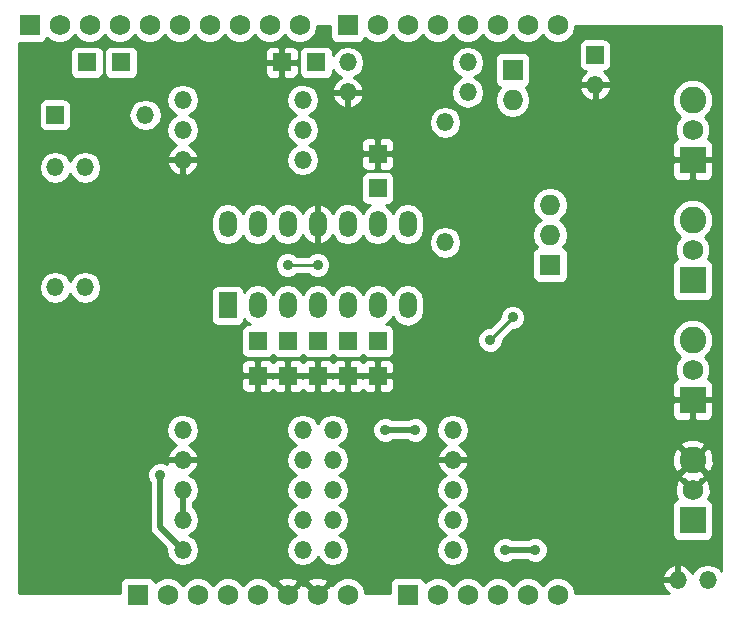
<source format=gbl>
G04 (created by PCBNEW (22-Jun-2014 BZR 4027)-stable) date Sat 31 Mar 2018 01:34:17 AM CDT*
%MOIN*%
G04 Gerber Fmt 3.4, Leading zero omitted, Abs format*
%FSLAX34Y34*%
G01*
G70*
G90*
G04 APERTURE LIST*
%ADD10C,0.00590551*%
%ADD11R,0.059X0.059*%
%ADD12O,0.059X0.059*%
%ADD13R,0.059X0.0885*%
%ADD14O,0.059X0.0885*%
%ADD15R,0.064X0.059*%
%ADD16R,0.059X0.064*%
%ADD17R,0.069X0.069*%
%ADD18C,0.069*%
%ADD19O,0.069X0.069*%
%ADD20R,0.089X0.089*%
%ADD21C,0.089*%
%ADD22C,0.035*%
%ADD23C,0.02*%
%ADD24C,0.01*%
G04 APERTURE END LIST*
G54D10*
G54D11*
X88250Y-50000D03*
G54D12*
X88250Y-51000D03*
G54D13*
X76000Y-58352D03*
G54D14*
X77000Y-58352D03*
X78000Y-58352D03*
X79000Y-58352D03*
X79000Y-55647D03*
X78000Y-55647D03*
X77000Y-55647D03*
X76000Y-55647D03*
X80000Y-58352D03*
X81000Y-58352D03*
X82000Y-58352D03*
X80000Y-55647D03*
X81000Y-55647D03*
X82000Y-55647D03*
G54D15*
X71300Y-50250D03*
X72450Y-50250D03*
G54D16*
X77000Y-59550D03*
X77000Y-60700D03*
X78000Y-59550D03*
X78000Y-60700D03*
X81000Y-54450D03*
X81000Y-53300D03*
X81000Y-59550D03*
X81000Y-60700D03*
X80000Y-59550D03*
X80000Y-60700D03*
X79000Y-59550D03*
X79000Y-60700D03*
G54D17*
X73000Y-68000D03*
G54D18*
X74000Y-68000D03*
X75000Y-68000D03*
X76000Y-68000D03*
X77000Y-68000D03*
X78000Y-68000D03*
X79000Y-68000D03*
X80000Y-68000D03*
G54D17*
X80000Y-49000D03*
G54D18*
X81000Y-49000D03*
X82000Y-49000D03*
X83000Y-49000D03*
X84000Y-49000D03*
X85000Y-49000D03*
X86000Y-49000D03*
X87000Y-49000D03*
G54D17*
X82000Y-68000D03*
G54D18*
X83000Y-68000D03*
X84000Y-68000D03*
X85000Y-68000D03*
X86000Y-68000D03*
X87000Y-68000D03*
G54D17*
X69400Y-49000D03*
G54D18*
X70400Y-49000D03*
X71400Y-49000D03*
X72400Y-49000D03*
X73400Y-49000D03*
X74400Y-49000D03*
X75400Y-49000D03*
X76400Y-49000D03*
X77400Y-49000D03*
X78400Y-49000D03*
G54D17*
X85500Y-50500D03*
G54D19*
X85500Y-51500D03*
G54D12*
X92000Y-67500D03*
X91000Y-67500D03*
G54D20*
X91500Y-53500D03*
G54D21*
X91500Y-51500D03*
G54D18*
X91500Y-52500D03*
G54D20*
X91500Y-57500D03*
G54D21*
X91500Y-55500D03*
G54D18*
X91500Y-56500D03*
G54D20*
X91500Y-61500D03*
G54D21*
X91500Y-59500D03*
G54D18*
X91500Y-60500D03*
G54D20*
X91500Y-65500D03*
G54D21*
X91500Y-63500D03*
G54D18*
X91500Y-64500D03*
G54D12*
X78500Y-51500D03*
X74500Y-51500D03*
X74500Y-53500D03*
X78500Y-53500D03*
X71250Y-57750D03*
X71250Y-53750D03*
X80000Y-50250D03*
X84000Y-50250D03*
G54D11*
X70250Y-52000D03*
G54D12*
X73250Y-52000D03*
X79500Y-62500D03*
X83500Y-62500D03*
X83500Y-63500D03*
X79500Y-63500D03*
X79500Y-64500D03*
X83500Y-64500D03*
X79500Y-66500D03*
X83500Y-66500D03*
X83500Y-65500D03*
X79500Y-65500D03*
X78500Y-62500D03*
X74500Y-62500D03*
X74500Y-63500D03*
X78500Y-63500D03*
X78500Y-64500D03*
X74500Y-64500D03*
X74500Y-65500D03*
X78500Y-65500D03*
X78500Y-66500D03*
X74500Y-66500D03*
X83250Y-56250D03*
X83250Y-52250D03*
X80000Y-51250D03*
X84000Y-51250D03*
X70250Y-57750D03*
X70250Y-53750D03*
X78500Y-52500D03*
X74500Y-52500D03*
G54D15*
X78950Y-50250D03*
X77800Y-50250D03*
G54D17*
X86750Y-57000D03*
G54D19*
X86750Y-56000D03*
X86750Y-55000D03*
G54D22*
X82250Y-62500D03*
X81250Y-62500D03*
X86250Y-66500D03*
X85250Y-66500D03*
X85500Y-58750D03*
X84750Y-59500D03*
X79000Y-57000D03*
X78000Y-57000D03*
X73750Y-64000D03*
G54D23*
X74500Y-65500D02*
X74500Y-64500D01*
X81250Y-62500D02*
X82250Y-62500D01*
X86250Y-66500D02*
X85250Y-66500D01*
G54D24*
X85500Y-58750D02*
X84750Y-59500D01*
X78000Y-57000D02*
X79000Y-57000D01*
G54D23*
X74500Y-66500D02*
X73750Y-65750D01*
X73750Y-65750D02*
X73750Y-64000D01*
G54D10*
G36*
X92450Y-67195D02*
X92396Y-67114D01*
X92219Y-66996D01*
X92198Y-66992D01*
X92198Y-63616D01*
X92195Y-63492D01*
X92195Y-59362D01*
X92195Y-55362D01*
X92195Y-51362D01*
X92089Y-51106D01*
X91894Y-50911D01*
X91638Y-50805D01*
X91362Y-50804D01*
X91106Y-50910D01*
X90911Y-51105D01*
X90805Y-51361D01*
X90804Y-51637D01*
X90910Y-51893D01*
X91087Y-52070D01*
X90995Y-52162D01*
X90905Y-52381D01*
X90904Y-52617D01*
X90985Y-52813D01*
X90913Y-52843D01*
X90842Y-52913D01*
X90804Y-53005D01*
X90805Y-53387D01*
X90867Y-53450D01*
X91450Y-53450D01*
X91450Y-53442D01*
X91550Y-53442D01*
X91550Y-53450D01*
X92132Y-53450D01*
X92195Y-53387D01*
X92195Y-53005D01*
X92157Y-52913D01*
X92086Y-52843D01*
X92014Y-52813D01*
X92094Y-52618D01*
X92095Y-52382D01*
X92004Y-52163D01*
X91912Y-52070D01*
X92088Y-51894D01*
X92194Y-51638D01*
X92195Y-51362D01*
X92195Y-55362D01*
X92195Y-55362D01*
X92195Y-53994D01*
X92195Y-53612D01*
X92132Y-53550D01*
X91550Y-53550D01*
X91550Y-54132D01*
X91612Y-54195D01*
X91895Y-54195D01*
X91994Y-54194D01*
X92086Y-54156D01*
X92157Y-54086D01*
X92195Y-53994D01*
X92195Y-55362D01*
X92089Y-55106D01*
X91894Y-54911D01*
X91638Y-54805D01*
X91450Y-54804D01*
X91450Y-54132D01*
X91450Y-53550D01*
X90867Y-53550D01*
X90805Y-53612D01*
X90804Y-53994D01*
X90842Y-54086D01*
X90913Y-54156D01*
X91005Y-54194D01*
X91104Y-54195D01*
X91387Y-54195D01*
X91450Y-54132D01*
X91450Y-54804D01*
X91362Y-54804D01*
X91106Y-54910D01*
X90911Y-55105D01*
X90805Y-55361D01*
X90804Y-55637D01*
X90910Y-55893D01*
X91087Y-56070D01*
X90995Y-56162D01*
X90905Y-56381D01*
X90904Y-56617D01*
X90985Y-56813D01*
X90913Y-56842D01*
X90843Y-56913D01*
X90805Y-57005D01*
X90804Y-57104D01*
X90804Y-57994D01*
X90842Y-58086D01*
X90913Y-58156D01*
X91005Y-58194D01*
X91104Y-58195D01*
X91994Y-58195D01*
X92086Y-58157D01*
X92156Y-58086D01*
X92194Y-57994D01*
X92195Y-57895D01*
X92195Y-57005D01*
X92157Y-56913D01*
X92086Y-56843D01*
X92014Y-56813D01*
X92094Y-56618D01*
X92095Y-56382D01*
X92004Y-56163D01*
X91912Y-56070D01*
X92088Y-55894D01*
X92194Y-55638D01*
X92195Y-55362D01*
X92195Y-59362D01*
X92089Y-59106D01*
X91894Y-58911D01*
X91638Y-58805D01*
X91362Y-58804D01*
X91106Y-58910D01*
X90911Y-59105D01*
X90805Y-59361D01*
X90804Y-59637D01*
X90910Y-59893D01*
X91087Y-60070D01*
X90995Y-60162D01*
X90905Y-60381D01*
X90904Y-60617D01*
X90985Y-60813D01*
X90913Y-60843D01*
X90842Y-60913D01*
X90804Y-61005D01*
X90805Y-61387D01*
X90867Y-61450D01*
X91450Y-61450D01*
X91450Y-61442D01*
X91550Y-61442D01*
X91550Y-61450D01*
X92132Y-61450D01*
X92195Y-61387D01*
X92195Y-61005D01*
X92157Y-60913D01*
X92086Y-60843D01*
X92014Y-60813D01*
X92094Y-60618D01*
X92095Y-60382D01*
X92004Y-60163D01*
X91912Y-60070D01*
X92088Y-59894D01*
X92194Y-59638D01*
X92195Y-59362D01*
X92195Y-63492D01*
X92195Y-63490D01*
X92195Y-61994D01*
X92195Y-61612D01*
X92132Y-61550D01*
X91550Y-61550D01*
X91550Y-62132D01*
X91612Y-62195D01*
X91895Y-62195D01*
X91994Y-62194D01*
X92086Y-62156D01*
X92157Y-62086D01*
X92195Y-61994D01*
X92195Y-63490D01*
X92190Y-63340D01*
X92101Y-63124D01*
X91990Y-63079D01*
X91920Y-63150D01*
X91920Y-63009D01*
X91875Y-62898D01*
X91616Y-62801D01*
X91450Y-62806D01*
X91450Y-62132D01*
X91450Y-61550D01*
X90867Y-61550D01*
X90805Y-61612D01*
X90804Y-61994D01*
X90842Y-62086D01*
X90913Y-62156D01*
X91005Y-62194D01*
X91104Y-62195D01*
X91387Y-62195D01*
X91450Y-62132D01*
X91450Y-62806D01*
X91340Y-62809D01*
X91124Y-62898D01*
X91079Y-63009D01*
X91500Y-63429D01*
X91920Y-63009D01*
X91920Y-63150D01*
X91570Y-63500D01*
X91990Y-63920D01*
X92101Y-63875D01*
X92198Y-63616D01*
X92198Y-66992D01*
X92195Y-66991D01*
X92195Y-65895D01*
X92195Y-65005D01*
X92157Y-64913D01*
X92086Y-64843D01*
X92018Y-64814D01*
X92099Y-64592D01*
X92089Y-64356D01*
X92018Y-64185D01*
X91920Y-64152D01*
X91920Y-63990D01*
X91500Y-63570D01*
X91429Y-63641D01*
X91429Y-63500D01*
X91009Y-63079D01*
X90898Y-63124D01*
X90801Y-63383D01*
X90809Y-63659D01*
X90898Y-63875D01*
X91009Y-63920D01*
X91429Y-63500D01*
X91429Y-63641D01*
X91079Y-63990D01*
X91124Y-64101D01*
X91200Y-64129D01*
X91500Y-64429D01*
X91794Y-64134D01*
X91875Y-64101D01*
X91920Y-63990D01*
X91920Y-64152D01*
X91918Y-64152D01*
X91570Y-64500D01*
X91576Y-64505D01*
X91505Y-64576D01*
X91500Y-64570D01*
X91494Y-64576D01*
X91423Y-64505D01*
X91429Y-64500D01*
X91081Y-64152D01*
X90981Y-64185D01*
X90900Y-64407D01*
X90910Y-64643D01*
X90981Y-64814D01*
X90913Y-64842D01*
X90843Y-64913D01*
X90805Y-65005D01*
X90804Y-65104D01*
X90804Y-65994D01*
X90842Y-66086D01*
X90913Y-66156D01*
X91005Y-66194D01*
X91104Y-66195D01*
X91994Y-66195D01*
X92086Y-66157D01*
X92156Y-66086D01*
X92194Y-65994D01*
X92195Y-65895D01*
X92195Y-66991D01*
X92010Y-66955D01*
X91989Y-66955D01*
X91780Y-66996D01*
X91603Y-67114D01*
X91492Y-67280D01*
X91468Y-67221D01*
X91326Y-67063D01*
X91134Y-66971D01*
X91050Y-67019D01*
X91050Y-67450D01*
X91057Y-67450D01*
X91057Y-67550D01*
X91050Y-67550D01*
X91050Y-67557D01*
X90950Y-67557D01*
X90950Y-67550D01*
X90950Y-67450D01*
X90950Y-67019D01*
X90865Y-66971D01*
X90673Y-67063D01*
X90531Y-67221D01*
X90471Y-67365D01*
X90520Y-67450D01*
X90950Y-67450D01*
X90950Y-67550D01*
X90520Y-67550D01*
X90471Y-67634D01*
X90531Y-67778D01*
X90673Y-67936D01*
X90701Y-67950D01*
X88795Y-67950D01*
X88795Y-50245D01*
X88795Y-49655D01*
X88757Y-49563D01*
X88686Y-49493D01*
X88594Y-49455D01*
X88495Y-49454D01*
X87905Y-49454D01*
X87813Y-49492D01*
X87743Y-49563D01*
X87705Y-49655D01*
X87704Y-49754D01*
X87704Y-50344D01*
X87742Y-50436D01*
X87813Y-50506D01*
X87905Y-50544D01*
X87956Y-50545D01*
X87813Y-50673D01*
X87721Y-50865D01*
X87769Y-50950D01*
X88200Y-50950D01*
X88200Y-50942D01*
X88300Y-50942D01*
X88300Y-50950D01*
X88730Y-50950D01*
X88778Y-50865D01*
X88686Y-50673D01*
X88543Y-50545D01*
X88594Y-50545D01*
X88686Y-50507D01*
X88756Y-50436D01*
X88794Y-50344D01*
X88795Y-50245D01*
X88795Y-67950D01*
X88778Y-67950D01*
X88778Y-51134D01*
X88730Y-51050D01*
X88300Y-51050D01*
X88300Y-51479D01*
X88384Y-51528D01*
X88528Y-51468D01*
X88686Y-51326D01*
X88778Y-51134D01*
X88778Y-67950D01*
X88200Y-67950D01*
X88200Y-51479D01*
X88200Y-51050D01*
X87769Y-51050D01*
X87721Y-51134D01*
X87813Y-51326D01*
X87971Y-51468D01*
X88115Y-51528D01*
X88200Y-51479D01*
X88200Y-67950D01*
X87595Y-67950D01*
X87595Y-67882D01*
X87504Y-67663D01*
X87356Y-67515D01*
X87356Y-56000D01*
X87311Y-55772D01*
X87182Y-55579D01*
X87063Y-55500D01*
X87182Y-55420D01*
X87311Y-55227D01*
X87356Y-55000D01*
X87311Y-54772D01*
X87182Y-54579D01*
X86989Y-54450D01*
X86761Y-54405D01*
X86738Y-54405D01*
X86510Y-54450D01*
X86317Y-54579D01*
X86188Y-54772D01*
X86143Y-55000D01*
X86188Y-55227D01*
X86317Y-55420D01*
X86436Y-55500D01*
X86317Y-55579D01*
X86188Y-55772D01*
X86143Y-56000D01*
X86188Y-56227D01*
X86317Y-56420D01*
X86263Y-56442D01*
X86193Y-56513D01*
X86155Y-56605D01*
X86154Y-56704D01*
X86154Y-57394D01*
X86192Y-57486D01*
X86263Y-57556D01*
X86355Y-57594D01*
X86454Y-57595D01*
X87144Y-57595D01*
X87236Y-57557D01*
X87306Y-57486D01*
X87344Y-57394D01*
X87345Y-57295D01*
X87345Y-56605D01*
X87307Y-56513D01*
X87236Y-56443D01*
X87182Y-56420D01*
X87311Y-56227D01*
X87356Y-56000D01*
X87356Y-67515D01*
X87337Y-67495D01*
X87118Y-67405D01*
X86882Y-67404D01*
X86675Y-67490D01*
X86675Y-66415D01*
X86610Y-66259D01*
X86491Y-66139D01*
X86334Y-66075D01*
X86165Y-66074D01*
X86095Y-66104D01*
X86095Y-50795D01*
X86095Y-50105D01*
X86057Y-50013D01*
X85986Y-49943D01*
X85894Y-49905D01*
X85795Y-49904D01*
X85105Y-49904D01*
X85013Y-49942D01*
X84943Y-50013D01*
X84905Y-50105D01*
X84904Y-50204D01*
X84904Y-50894D01*
X84942Y-50986D01*
X85013Y-51056D01*
X85070Y-51080D01*
X84950Y-51260D01*
X84905Y-51488D01*
X84905Y-51511D01*
X84950Y-51739D01*
X85079Y-51932D01*
X85272Y-52061D01*
X85500Y-52106D01*
X85727Y-52061D01*
X85920Y-51932D01*
X86049Y-51739D01*
X86095Y-51511D01*
X86095Y-51488D01*
X86049Y-51260D01*
X85929Y-51080D01*
X85986Y-51057D01*
X86056Y-50986D01*
X86094Y-50894D01*
X86095Y-50795D01*
X86095Y-66104D01*
X86009Y-66139D01*
X85999Y-66150D01*
X85925Y-66150D01*
X85925Y-58665D01*
X85860Y-58509D01*
X85741Y-58389D01*
X85584Y-58325D01*
X85415Y-58324D01*
X85259Y-58389D01*
X85139Y-58508D01*
X85075Y-58665D01*
X85074Y-58750D01*
X84750Y-59075D01*
X84665Y-59074D01*
X84555Y-59120D01*
X84555Y-51250D01*
X84514Y-51041D01*
X84396Y-50864D01*
X84224Y-50750D01*
X84396Y-50635D01*
X84514Y-50458D01*
X84555Y-50250D01*
X84514Y-50041D01*
X84396Y-49864D01*
X84219Y-49746D01*
X84010Y-49705D01*
X83989Y-49705D01*
X83780Y-49746D01*
X83603Y-49864D01*
X83485Y-50041D01*
X83444Y-50250D01*
X83485Y-50458D01*
X83603Y-50635D01*
X83775Y-50750D01*
X83603Y-50864D01*
X83485Y-51041D01*
X83444Y-51250D01*
X83485Y-51458D01*
X83603Y-51635D01*
X83780Y-51753D01*
X83989Y-51795D01*
X84010Y-51795D01*
X84219Y-51753D01*
X84396Y-51635D01*
X84514Y-51458D01*
X84555Y-51250D01*
X84555Y-59120D01*
X84509Y-59139D01*
X84389Y-59258D01*
X84325Y-59415D01*
X84324Y-59584D01*
X84389Y-59740D01*
X84508Y-59860D01*
X84665Y-59924D01*
X84834Y-59925D01*
X84990Y-59860D01*
X85110Y-59741D01*
X85174Y-59584D01*
X85175Y-59499D01*
X85499Y-59174D01*
X85584Y-59175D01*
X85740Y-59110D01*
X85860Y-58991D01*
X85924Y-58834D01*
X85925Y-58665D01*
X85925Y-66150D01*
X85501Y-66150D01*
X85491Y-66139D01*
X85334Y-66075D01*
X85165Y-66074D01*
X85009Y-66139D01*
X84889Y-66258D01*
X84825Y-66415D01*
X84824Y-66584D01*
X84889Y-66740D01*
X85008Y-66860D01*
X85165Y-66924D01*
X85334Y-66925D01*
X85490Y-66860D01*
X85500Y-66850D01*
X85998Y-66850D01*
X86008Y-66860D01*
X86165Y-66924D01*
X86334Y-66925D01*
X86490Y-66860D01*
X86610Y-66741D01*
X86674Y-66584D01*
X86675Y-66415D01*
X86675Y-67490D01*
X86663Y-67495D01*
X86499Y-67658D01*
X86337Y-67495D01*
X86118Y-67405D01*
X85882Y-67404D01*
X85663Y-67495D01*
X85499Y-67658D01*
X85337Y-67495D01*
X85118Y-67405D01*
X84882Y-67404D01*
X84663Y-67495D01*
X84499Y-67658D01*
X84337Y-67495D01*
X84118Y-67405D01*
X84055Y-67405D01*
X84055Y-66500D01*
X84014Y-66291D01*
X83896Y-66114D01*
X83724Y-66000D01*
X83896Y-65885D01*
X84014Y-65708D01*
X84055Y-65500D01*
X84014Y-65291D01*
X83896Y-65114D01*
X83724Y-65000D01*
X83896Y-64885D01*
X84014Y-64708D01*
X84055Y-64500D01*
X84055Y-62500D01*
X84014Y-62291D01*
X83896Y-62114D01*
X83795Y-62047D01*
X83795Y-56260D01*
X83795Y-56239D01*
X83795Y-52260D01*
X83795Y-52239D01*
X83753Y-52030D01*
X83635Y-51853D01*
X83458Y-51735D01*
X83250Y-51694D01*
X83041Y-51735D01*
X82864Y-51853D01*
X82746Y-52030D01*
X82705Y-52239D01*
X82705Y-52260D01*
X82746Y-52469D01*
X82864Y-52646D01*
X83041Y-52764D01*
X83250Y-52805D01*
X83458Y-52764D01*
X83635Y-52646D01*
X83753Y-52469D01*
X83795Y-52260D01*
X83795Y-56239D01*
X83753Y-56030D01*
X83635Y-55853D01*
X83458Y-55735D01*
X83250Y-55694D01*
X83041Y-55735D01*
X82864Y-55853D01*
X82746Y-56030D01*
X82705Y-56239D01*
X82705Y-56260D01*
X82746Y-56469D01*
X82864Y-56646D01*
X83041Y-56764D01*
X83250Y-56805D01*
X83458Y-56764D01*
X83635Y-56646D01*
X83753Y-56469D01*
X83795Y-56260D01*
X83795Y-62047D01*
X83719Y-61996D01*
X83510Y-61955D01*
X83489Y-61955D01*
X83280Y-61996D01*
X83103Y-62114D01*
X82985Y-62291D01*
X82944Y-62500D01*
X82985Y-62708D01*
X83103Y-62885D01*
X83280Y-63003D01*
X83293Y-63006D01*
X83173Y-63063D01*
X83031Y-63221D01*
X82971Y-63365D01*
X83020Y-63450D01*
X83450Y-63450D01*
X83450Y-63442D01*
X83550Y-63442D01*
X83550Y-63450D01*
X83979Y-63450D01*
X84028Y-63365D01*
X83968Y-63221D01*
X83826Y-63063D01*
X83706Y-63006D01*
X83719Y-63003D01*
X83896Y-62885D01*
X84014Y-62708D01*
X84055Y-62500D01*
X84055Y-64500D01*
X84014Y-64291D01*
X83896Y-64114D01*
X83719Y-63996D01*
X83706Y-63993D01*
X83826Y-63936D01*
X83968Y-63778D01*
X84028Y-63634D01*
X83979Y-63550D01*
X83550Y-63550D01*
X83550Y-63557D01*
X83450Y-63557D01*
X83450Y-63550D01*
X83020Y-63550D01*
X82971Y-63634D01*
X83031Y-63778D01*
X83173Y-63936D01*
X83293Y-63993D01*
X83280Y-63996D01*
X83103Y-64114D01*
X82985Y-64291D01*
X82944Y-64500D01*
X82985Y-64708D01*
X83103Y-64885D01*
X83275Y-65000D01*
X83103Y-65114D01*
X82985Y-65291D01*
X82944Y-65500D01*
X82985Y-65708D01*
X83103Y-65885D01*
X83275Y-66000D01*
X83103Y-66114D01*
X82985Y-66291D01*
X82944Y-66500D01*
X82985Y-66708D01*
X83103Y-66885D01*
X83280Y-67003D01*
X83489Y-67045D01*
X83510Y-67045D01*
X83719Y-67003D01*
X83896Y-66885D01*
X84014Y-66708D01*
X84055Y-66500D01*
X84055Y-67405D01*
X83882Y-67404D01*
X83663Y-67495D01*
X83499Y-67658D01*
X83337Y-67495D01*
X83118Y-67405D01*
X82882Y-67404D01*
X82675Y-67490D01*
X82675Y-62415D01*
X82610Y-62259D01*
X82545Y-62193D01*
X82545Y-58513D01*
X82545Y-58191D01*
X82545Y-55808D01*
X82545Y-55486D01*
X82503Y-55277D01*
X82385Y-55101D01*
X82208Y-54982D01*
X82000Y-54941D01*
X81791Y-54982D01*
X81614Y-55101D01*
X81500Y-55272D01*
X81385Y-55101D01*
X81264Y-55020D01*
X81344Y-55020D01*
X81436Y-54982D01*
X81506Y-54911D01*
X81544Y-54819D01*
X81545Y-54720D01*
X81545Y-54080D01*
X81545Y-53669D01*
X81545Y-52930D01*
X81507Y-52838D01*
X81436Y-52768D01*
X81344Y-52730D01*
X81245Y-52729D01*
X81112Y-52730D01*
X81050Y-52792D01*
X81050Y-53250D01*
X81482Y-53250D01*
X81545Y-53187D01*
X81545Y-52930D01*
X81545Y-53669D01*
X81545Y-53412D01*
X81482Y-53350D01*
X81050Y-53350D01*
X81050Y-53807D01*
X81112Y-53870D01*
X81245Y-53870D01*
X81344Y-53869D01*
X81436Y-53831D01*
X81507Y-53761D01*
X81545Y-53669D01*
X81545Y-54080D01*
X81507Y-53988D01*
X81436Y-53918D01*
X81344Y-53880D01*
X81245Y-53879D01*
X80950Y-53879D01*
X80950Y-53807D01*
X80950Y-53350D01*
X80950Y-53250D01*
X80950Y-52792D01*
X80887Y-52730D01*
X80754Y-52729D01*
X80655Y-52730D01*
X80563Y-52768D01*
X80555Y-52775D01*
X80555Y-50250D01*
X80514Y-50041D01*
X80396Y-49864D01*
X80219Y-49746D01*
X80010Y-49705D01*
X79989Y-49705D01*
X79780Y-49746D01*
X79603Y-49864D01*
X79520Y-49990D01*
X79520Y-49905D01*
X79482Y-49813D01*
X79411Y-49743D01*
X79319Y-49705D01*
X79220Y-49704D01*
X78580Y-49704D01*
X78488Y-49742D01*
X78418Y-49813D01*
X78380Y-49905D01*
X78379Y-50004D01*
X78379Y-50594D01*
X78417Y-50686D01*
X78488Y-50756D01*
X78580Y-50794D01*
X78679Y-50795D01*
X79319Y-50795D01*
X79411Y-50757D01*
X79481Y-50686D01*
X79519Y-50594D01*
X79520Y-50509D01*
X79603Y-50635D01*
X79780Y-50753D01*
X79793Y-50756D01*
X79673Y-50813D01*
X79531Y-50971D01*
X79471Y-51115D01*
X79520Y-51200D01*
X79950Y-51200D01*
X79950Y-51192D01*
X80050Y-51192D01*
X80050Y-51200D01*
X80479Y-51200D01*
X80528Y-51115D01*
X80468Y-50971D01*
X80326Y-50813D01*
X80206Y-50756D01*
X80219Y-50753D01*
X80396Y-50635D01*
X80514Y-50458D01*
X80555Y-50250D01*
X80555Y-52775D01*
X80528Y-52803D01*
X80528Y-51384D01*
X80479Y-51300D01*
X80050Y-51300D01*
X80050Y-51730D01*
X80134Y-51778D01*
X80326Y-51686D01*
X80468Y-51528D01*
X80528Y-51384D01*
X80528Y-52803D01*
X80492Y-52838D01*
X80454Y-52930D01*
X80455Y-53187D01*
X80517Y-53250D01*
X80950Y-53250D01*
X80950Y-53350D01*
X80517Y-53350D01*
X80455Y-53412D01*
X80454Y-53669D01*
X80492Y-53761D01*
X80563Y-53831D01*
X80655Y-53869D01*
X80754Y-53870D01*
X80887Y-53870D01*
X80950Y-53807D01*
X80950Y-53879D01*
X80655Y-53879D01*
X80563Y-53917D01*
X80493Y-53988D01*
X80455Y-54080D01*
X80454Y-54179D01*
X80454Y-54819D01*
X80492Y-54911D01*
X80563Y-54981D01*
X80655Y-55019D01*
X80735Y-55020D01*
X80614Y-55101D01*
X80500Y-55272D01*
X80385Y-55101D01*
X80208Y-54982D01*
X80000Y-54941D01*
X79950Y-54951D01*
X79950Y-51730D01*
X79950Y-51300D01*
X79520Y-51300D01*
X79471Y-51384D01*
X79531Y-51528D01*
X79673Y-51686D01*
X79865Y-51778D01*
X79950Y-51730D01*
X79950Y-54951D01*
X79791Y-54982D01*
X79614Y-55101D01*
X79496Y-55277D01*
X79495Y-55282D01*
X79484Y-55245D01*
X79350Y-55079D01*
X79162Y-54977D01*
X79134Y-54971D01*
X79055Y-55016D01*
X79055Y-53500D01*
X79014Y-53291D01*
X78896Y-53114D01*
X78724Y-53000D01*
X78896Y-52885D01*
X79014Y-52708D01*
X79055Y-52500D01*
X79014Y-52291D01*
X78896Y-52114D01*
X78724Y-52000D01*
X78896Y-51885D01*
X79014Y-51708D01*
X79055Y-51500D01*
X79014Y-51291D01*
X78896Y-51114D01*
X78719Y-50996D01*
X78510Y-50955D01*
X78489Y-50955D01*
X78370Y-50978D01*
X78370Y-50495D01*
X78370Y-50004D01*
X78369Y-49905D01*
X78331Y-49813D01*
X78261Y-49742D01*
X78169Y-49704D01*
X77912Y-49705D01*
X77850Y-49767D01*
X77850Y-50200D01*
X78307Y-50200D01*
X78370Y-50137D01*
X78370Y-50004D01*
X78370Y-50495D01*
X78370Y-50362D01*
X78307Y-50300D01*
X77850Y-50300D01*
X77850Y-50732D01*
X77912Y-50795D01*
X78169Y-50795D01*
X78261Y-50757D01*
X78331Y-50686D01*
X78369Y-50594D01*
X78370Y-50495D01*
X78370Y-50978D01*
X78280Y-50996D01*
X78103Y-51114D01*
X77985Y-51291D01*
X77944Y-51500D01*
X77985Y-51708D01*
X78103Y-51885D01*
X78275Y-52000D01*
X78103Y-52114D01*
X77985Y-52291D01*
X77944Y-52500D01*
X77985Y-52708D01*
X78103Y-52885D01*
X78275Y-53000D01*
X78103Y-53114D01*
X77985Y-53291D01*
X77944Y-53500D01*
X77985Y-53708D01*
X78103Y-53885D01*
X78280Y-54003D01*
X78489Y-54045D01*
X78510Y-54045D01*
X78719Y-54003D01*
X78896Y-53885D01*
X79014Y-53708D01*
X79055Y-53500D01*
X79055Y-55016D01*
X79050Y-55020D01*
X79050Y-55597D01*
X79057Y-55597D01*
X79057Y-55697D01*
X79050Y-55697D01*
X79050Y-56274D01*
X79134Y-56323D01*
X79162Y-56317D01*
X79350Y-56215D01*
X79484Y-56049D01*
X79495Y-56012D01*
X79496Y-56017D01*
X79614Y-56193D01*
X79791Y-56312D01*
X80000Y-56353D01*
X80208Y-56312D01*
X80385Y-56193D01*
X80500Y-56022D01*
X80614Y-56193D01*
X80791Y-56312D01*
X81000Y-56353D01*
X81208Y-56312D01*
X81385Y-56193D01*
X81500Y-56022D01*
X81614Y-56193D01*
X81791Y-56312D01*
X82000Y-56353D01*
X82208Y-56312D01*
X82385Y-56193D01*
X82503Y-56017D01*
X82545Y-55808D01*
X82545Y-58191D01*
X82503Y-57982D01*
X82385Y-57806D01*
X82208Y-57687D01*
X82000Y-57646D01*
X81791Y-57687D01*
X81614Y-57806D01*
X81500Y-57977D01*
X81385Y-57806D01*
X81208Y-57687D01*
X81000Y-57646D01*
X80791Y-57687D01*
X80614Y-57806D01*
X80500Y-57977D01*
X80385Y-57806D01*
X80208Y-57687D01*
X80000Y-57646D01*
X79791Y-57687D01*
X79614Y-57806D01*
X79500Y-57977D01*
X79425Y-57865D01*
X79425Y-56915D01*
X79360Y-56759D01*
X79241Y-56639D01*
X79084Y-56575D01*
X78950Y-56574D01*
X78950Y-56274D01*
X78950Y-55697D01*
X78942Y-55697D01*
X78942Y-55597D01*
X78950Y-55597D01*
X78950Y-55020D01*
X78865Y-54971D01*
X78837Y-54977D01*
X78649Y-55079D01*
X78515Y-55245D01*
X78504Y-55282D01*
X78503Y-55277D01*
X78385Y-55101D01*
X78208Y-54982D01*
X78000Y-54941D01*
X77791Y-54982D01*
X77750Y-55010D01*
X77750Y-50732D01*
X77750Y-50300D01*
X77750Y-50200D01*
X77750Y-49767D01*
X77687Y-49705D01*
X77430Y-49704D01*
X77338Y-49742D01*
X77268Y-49813D01*
X77230Y-49905D01*
X77229Y-50004D01*
X77230Y-50137D01*
X77292Y-50200D01*
X77750Y-50200D01*
X77750Y-50300D01*
X77292Y-50300D01*
X77230Y-50362D01*
X77229Y-50495D01*
X77230Y-50594D01*
X77268Y-50686D01*
X77338Y-50757D01*
X77430Y-50795D01*
X77687Y-50795D01*
X77750Y-50732D01*
X77750Y-55010D01*
X77614Y-55101D01*
X77500Y-55272D01*
X77385Y-55101D01*
X77208Y-54982D01*
X77000Y-54941D01*
X76791Y-54982D01*
X76614Y-55101D01*
X76500Y-55272D01*
X76385Y-55101D01*
X76208Y-54982D01*
X76000Y-54941D01*
X75791Y-54982D01*
X75614Y-55101D01*
X75496Y-55277D01*
X75455Y-55486D01*
X75455Y-55808D01*
X75496Y-56017D01*
X75614Y-56193D01*
X75791Y-56312D01*
X76000Y-56353D01*
X76208Y-56312D01*
X76385Y-56193D01*
X76500Y-56022D01*
X76614Y-56193D01*
X76791Y-56312D01*
X77000Y-56353D01*
X77208Y-56312D01*
X77385Y-56193D01*
X77500Y-56022D01*
X77614Y-56193D01*
X77791Y-56312D01*
X78000Y-56353D01*
X78208Y-56312D01*
X78385Y-56193D01*
X78503Y-56017D01*
X78504Y-56012D01*
X78515Y-56049D01*
X78649Y-56215D01*
X78837Y-56317D01*
X78865Y-56323D01*
X78950Y-56274D01*
X78950Y-56574D01*
X78915Y-56574D01*
X78759Y-56639D01*
X78698Y-56700D01*
X78301Y-56700D01*
X78241Y-56639D01*
X78084Y-56575D01*
X77915Y-56574D01*
X77759Y-56639D01*
X77639Y-56758D01*
X77575Y-56915D01*
X77574Y-57084D01*
X77639Y-57240D01*
X77758Y-57360D01*
X77915Y-57424D01*
X78084Y-57425D01*
X78240Y-57360D01*
X78301Y-57300D01*
X78698Y-57300D01*
X78758Y-57360D01*
X78915Y-57424D01*
X79084Y-57425D01*
X79240Y-57360D01*
X79360Y-57241D01*
X79424Y-57084D01*
X79425Y-56915D01*
X79425Y-57865D01*
X79385Y-57806D01*
X79208Y-57687D01*
X79000Y-57646D01*
X78791Y-57687D01*
X78614Y-57806D01*
X78500Y-57977D01*
X78385Y-57806D01*
X78208Y-57687D01*
X78000Y-57646D01*
X77791Y-57687D01*
X77614Y-57806D01*
X77500Y-57977D01*
X77385Y-57806D01*
X77208Y-57687D01*
X77000Y-57646D01*
X76791Y-57687D01*
X76614Y-57806D01*
X76545Y-57910D01*
X76545Y-57860D01*
X76507Y-57768D01*
X76436Y-57698D01*
X76344Y-57660D01*
X76245Y-57659D01*
X75655Y-57659D01*
X75563Y-57697D01*
X75493Y-57768D01*
X75455Y-57860D01*
X75454Y-57959D01*
X75454Y-58844D01*
X75492Y-58936D01*
X75563Y-59006D01*
X75655Y-59044D01*
X75754Y-59045D01*
X76344Y-59045D01*
X76436Y-59007D01*
X76506Y-58936D01*
X76544Y-58844D01*
X76545Y-58794D01*
X76614Y-58898D01*
X76735Y-58979D01*
X76655Y-58979D01*
X76563Y-59017D01*
X76493Y-59088D01*
X76455Y-59180D01*
X76454Y-59279D01*
X76454Y-59919D01*
X76492Y-60011D01*
X76563Y-60081D01*
X76655Y-60119D01*
X76754Y-60120D01*
X77344Y-60120D01*
X77436Y-60082D01*
X77500Y-60018D01*
X77563Y-60081D01*
X77655Y-60119D01*
X77754Y-60120D01*
X78344Y-60120D01*
X78436Y-60082D01*
X78500Y-60018D01*
X78563Y-60081D01*
X78655Y-60119D01*
X78754Y-60120D01*
X79344Y-60120D01*
X79436Y-60082D01*
X79500Y-60018D01*
X79563Y-60081D01*
X79655Y-60119D01*
X79754Y-60120D01*
X80344Y-60120D01*
X80436Y-60082D01*
X80500Y-60018D01*
X80563Y-60081D01*
X80655Y-60119D01*
X80754Y-60120D01*
X81344Y-60120D01*
X81436Y-60082D01*
X81506Y-60011D01*
X81544Y-59919D01*
X81545Y-59820D01*
X81545Y-59180D01*
X81507Y-59088D01*
X81436Y-59018D01*
X81344Y-58980D01*
X81264Y-58979D01*
X81385Y-58898D01*
X81500Y-58727D01*
X81614Y-58898D01*
X81791Y-59017D01*
X82000Y-59058D01*
X82208Y-59017D01*
X82385Y-58898D01*
X82503Y-58722D01*
X82545Y-58513D01*
X82545Y-62193D01*
X82491Y-62139D01*
X82334Y-62075D01*
X82165Y-62074D01*
X82009Y-62139D01*
X81999Y-62150D01*
X81545Y-62150D01*
X81545Y-61069D01*
X81545Y-60330D01*
X81507Y-60238D01*
X81436Y-60168D01*
X81344Y-60130D01*
X81245Y-60129D01*
X81112Y-60130D01*
X81050Y-60192D01*
X81050Y-60650D01*
X81482Y-60650D01*
X81545Y-60587D01*
X81545Y-60330D01*
X81545Y-61069D01*
X81545Y-60812D01*
X81482Y-60750D01*
X81050Y-60750D01*
X81050Y-61207D01*
X81112Y-61270D01*
X81245Y-61270D01*
X81344Y-61269D01*
X81436Y-61231D01*
X81507Y-61161D01*
X81545Y-61069D01*
X81545Y-62150D01*
X81501Y-62150D01*
X81491Y-62139D01*
X81334Y-62075D01*
X81165Y-62074D01*
X81009Y-62139D01*
X80950Y-62198D01*
X80950Y-61207D01*
X80950Y-60750D01*
X80950Y-60650D01*
X80950Y-60192D01*
X80887Y-60130D01*
X80754Y-60129D01*
X80655Y-60130D01*
X80563Y-60168D01*
X80500Y-60231D01*
X80436Y-60168D01*
X80344Y-60130D01*
X80245Y-60129D01*
X80112Y-60130D01*
X80050Y-60192D01*
X80050Y-60650D01*
X80482Y-60650D01*
X80500Y-60632D01*
X80517Y-60650D01*
X80950Y-60650D01*
X80950Y-60750D01*
X80517Y-60750D01*
X80500Y-60767D01*
X80482Y-60750D01*
X80050Y-60750D01*
X80050Y-61207D01*
X80112Y-61270D01*
X80245Y-61270D01*
X80344Y-61269D01*
X80436Y-61231D01*
X80500Y-61168D01*
X80563Y-61231D01*
X80655Y-61269D01*
X80754Y-61270D01*
X80887Y-61270D01*
X80950Y-61207D01*
X80950Y-62198D01*
X80889Y-62258D01*
X80825Y-62415D01*
X80824Y-62584D01*
X80889Y-62740D01*
X81008Y-62860D01*
X81165Y-62924D01*
X81334Y-62925D01*
X81490Y-62860D01*
X81500Y-62850D01*
X81998Y-62850D01*
X82008Y-62860D01*
X82165Y-62924D01*
X82334Y-62925D01*
X82490Y-62860D01*
X82610Y-62741D01*
X82674Y-62584D01*
X82675Y-62415D01*
X82675Y-67490D01*
X82663Y-67495D01*
X82582Y-67575D01*
X82557Y-67513D01*
X82486Y-67443D01*
X82394Y-67405D01*
X82295Y-67404D01*
X81605Y-67404D01*
X81513Y-67442D01*
X81443Y-67513D01*
X81405Y-67605D01*
X81404Y-67704D01*
X81404Y-67950D01*
X80595Y-67950D01*
X80595Y-67882D01*
X80504Y-67663D01*
X80337Y-67495D01*
X80118Y-67405D01*
X80055Y-67405D01*
X80055Y-66500D01*
X80014Y-66291D01*
X79896Y-66114D01*
X79724Y-66000D01*
X79896Y-65885D01*
X80014Y-65708D01*
X80055Y-65500D01*
X80014Y-65291D01*
X79896Y-65114D01*
X79724Y-65000D01*
X79896Y-64885D01*
X80014Y-64708D01*
X80055Y-64500D01*
X80014Y-64291D01*
X79896Y-64114D01*
X79724Y-64000D01*
X79896Y-63885D01*
X80014Y-63708D01*
X80055Y-63500D01*
X80014Y-63291D01*
X79896Y-63114D01*
X79724Y-63000D01*
X79896Y-62885D01*
X80014Y-62708D01*
X80055Y-62500D01*
X80014Y-62291D01*
X79950Y-62195D01*
X79950Y-61207D01*
X79950Y-60750D01*
X79950Y-60650D01*
X79950Y-60192D01*
X79887Y-60130D01*
X79754Y-60129D01*
X79655Y-60130D01*
X79563Y-60168D01*
X79500Y-60231D01*
X79436Y-60168D01*
X79344Y-60130D01*
X79245Y-60129D01*
X79112Y-60130D01*
X79050Y-60192D01*
X79050Y-60650D01*
X79482Y-60650D01*
X79500Y-60632D01*
X79517Y-60650D01*
X79950Y-60650D01*
X79950Y-60750D01*
X79517Y-60750D01*
X79500Y-60767D01*
X79482Y-60750D01*
X79050Y-60750D01*
X79050Y-61207D01*
X79112Y-61270D01*
X79245Y-61270D01*
X79344Y-61269D01*
X79436Y-61231D01*
X79500Y-61168D01*
X79563Y-61231D01*
X79655Y-61269D01*
X79754Y-61270D01*
X79887Y-61270D01*
X79950Y-61207D01*
X79950Y-62195D01*
X79896Y-62114D01*
X79719Y-61996D01*
X79510Y-61955D01*
X79489Y-61955D01*
X79280Y-61996D01*
X79103Y-62114D01*
X79000Y-62270D01*
X78950Y-62195D01*
X78950Y-61207D01*
X78950Y-60750D01*
X78950Y-60650D01*
X78950Y-60192D01*
X78887Y-60130D01*
X78754Y-60129D01*
X78655Y-60130D01*
X78563Y-60168D01*
X78500Y-60231D01*
X78436Y-60168D01*
X78344Y-60130D01*
X78245Y-60129D01*
X78112Y-60130D01*
X78050Y-60192D01*
X78050Y-60650D01*
X78482Y-60650D01*
X78500Y-60632D01*
X78517Y-60650D01*
X78950Y-60650D01*
X78950Y-60750D01*
X78517Y-60750D01*
X78500Y-60767D01*
X78482Y-60750D01*
X78050Y-60750D01*
X78050Y-61207D01*
X78112Y-61270D01*
X78245Y-61270D01*
X78344Y-61269D01*
X78436Y-61231D01*
X78500Y-61168D01*
X78563Y-61231D01*
X78655Y-61269D01*
X78754Y-61270D01*
X78887Y-61270D01*
X78950Y-61207D01*
X78950Y-62195D01*
X78896Y-62114D01*
X78719Y-61996D01*
X78510Y-61955D01*
X78489Y-61955D01*
X78280Y-61996D01*
X78103Y-62114D01*
X77985Y-62291D01*
X77950Y-62471D01*
X77950Y-61207D01*
X77950Y-60750D01*
X77950Y-60650D01*
X77950Y-60192D01*
X77887Y-60130D01*
X77754Y-60129D01*
X77655Y-60130D01*
X77563Y-60168D01*
X77500Y-60231D01*
X77436Y-60168D01*
X77344Y-60130D01*
X77245Y-60129D01*
X77112Y-60130D01*
X77050Y-60192D01*
X77050Y-60650D01*
X77482Y-60650D01*
X77500Y-60632D01*
X77517Y-60650D01*
X77950Y-60650D01*
X77950Y-60750D01*
X77517Y-60750D01*
X77500Y-60767D01*
X77482Y-60750D01*
X77050Y-60750D01*
X77050Y-61207D01*
X77112Y-61270D01*
X77245Y-61270D01*
X77344Y-61269D01*
X77436Y-61231D01*
X77500Y-61168D01*
X77563Y-61231D01*
X77655Y-61269D01*
X77754Y-61270D01*
X77887Y-61270D01*
X77950Y-61207D01*
X77950Y-62471D01*
X77944Y-62500D01*
X77985Y-62708D01*
X78103Y-62885D01*
X78275Y-63000D01*
X78103Y-63114D01*
X77985Y-63291D01*
X77944Y-63500D01*
X77985Y-63708D01*
X78103Y-63885D01*
X78275Y-64000D01*
X78103Y-64114D01*
X77985Y-64291D01*
X77944Y-64500D01*
X77985Y-64708D01*
X78103Y-64885D01*
X78275Y-65000D01*
X78103Y-65114D01*
X77985Y-65291D01*
X77944Y-65500D01*
X77985Y-65708D01*
X78103Y-65885D01*
X78275Y-66000D01*
X78103Y-66114D01*
X77985Y-66291D01*
X77944Y-66500D01*
X77985Y-66708D01*
X78103Y-66885D01*
X78280Y-67003D01*
X78489Y-67045D01*
X78510Y-67045D01*
X78719Y-67003D01*
X78896Y-66885D01*
X79000Y-66729D01*
X79103Y-66885D01*
X79280Y-67003D01*
X79489Y-67045D01*
X79510Y-67045D01*
X79719Y-67003D01*
X79896Y-66885D01*
X80014Y-66708D01*
X80055Y-66500D01*
X80055Y-67405D01*
X79882Y-67404D01*
X79663Y-67495D01*
X79495Y-67662D01*
X79490Y-67675D01*
X79418Y-67652D01*
X79347Y-67722D01*
X79347Y-67581D01*
X79314Y-67481D01*
X79092Y-67400D01*
X78856Y-67410D01*
X78685Y-67481D01*
X78652Y-67581D01*
X79000Y-67929D01*
X79347Y-67581D01*
X79347Y-67722D01*
X79120Y-67950D01*
X78879Y-67950D01*
X78581Y-67652D01*
X78500Y-67678D01*
X78418Y-67652D01*
X78347Y-67722D01*
X78347Y-67581D01*
X78314Y-67481D01*
X78092Y-67400D01*
X77856Y-67410D01*
X77685Y-67481D01*
X77652Y-67581D01*
X78000Y-67929D01*
X78347Y-67581D01*
X78347Y-67722D01*
X78120Y-67950D01*
X77879Y-67950D01*
X77581Y-67652D01*
X77509Y-67675D01*
X77504Y-67663D01*
X77337Y-67495D01*
X77118Y-67405D01*
X76950Y-67404D01*
X76950Y-61207D01*
X76950Y-60750D01*
X76950Y-60650D01*
X76950Y-60192D01*
X76887Y-60130D01*
X76754Y-60129D01*
X76655Y-60130D01*
X76563Y-60168D01*
X76492Y-60238D01*
X76454Y-60330D01*
X76455Y-60587D01*
X76517Y-60650D01*
X76950Y-60650D01*
X76950Y-60750D01*
X76517Y-60750D01*
X76455Y-60812D01*
X76454Y-61069D01*
X76492Y-61161D01*
X76563Y-61231D01*
X76655Y-61269D01*
X76754Y-61270D01*
X76887Y-61270D01*
X76950Y-61207D01*
X76950Y-67404D01*
X76882Y-67404D01*
X76663Y-67495D01*
X76499Y-67658D01*
X76337Y-67495D01*
X76118Y-67405D01*
X75882Y-67404D01*
X75663Y-67495D01*
X75499Y-67658D01*
X75337Y-67495D01*
X75118Y-67405D01*
X75055Y-67405D01*
X75055Y-66500D01*
X75014Y-66291D01*
X74896Y-66114D01*
X74724Y-66000D01*
X74896Y-65885D01*
X75014Y-65708D01*
X75055Y-65500D01*
X75014Y-65291D01*
X74896Y-65114D01*
X74850Y-65083D01*
X74850Y-64916D01*
X74896Y-64885D01*
X75014Y-64708D01*
X75055Y-64500D01*
X75055Y-62500D01*
X75055Y-52500D01*
X75014Y-52291D01*
X74896Y-52114D01*
X74724Y-52000D01*
X74896Y-51885D01*
X75014Y-51708D01*
X75055Y-51500D01*
X75014Y-51291D01*
X74896Y-51114D01*
X74719Y-50996D01*
X74510Y-50955D01*
X74489Y-50955D01*
X74280Y-50996D01*
X74103Y-51114D01*
X73985Y-51291D01*
X73944Y-51500D01*
X73985Y-51708D01*
X74103Y-51885D01*
X74275Y-52000D01*
X74103Y-52114D01*
X73985Y-52291D01*
X73944Y-52500D01*
X73985Y-52708D01*
X74103Y-52885D01*
X74280Y-53003D01*
X74293Y-53006D01*
X74173Y-53063D01*
X74031Y-53221D01*
X73971Y-53365D01*
X74020Y-53450D01*
X74450Y-53450D01*
X74450Y-53442D01*
X74550Y-53442D01*
X74550Y-53450D01*
X74979Y-53450D01*
X75028Y-53365D01*
X74968Y-53221D01*
X74826Y-53063D01*
X74706Y-53006D01*
X74719Y-53003D01*
X74896Y-52885D01*
X75014Y-52708D01*
X75055Y-52500D01*
X75055Y-62500D01*
X75028Y-62361D01*
X75028Y-53634D01*
X74979Y-53550D01*
X74550Y-53550D01*
X74550Y-53980D01*
X74634Y-54028D01*
X74826Y-53936D01*
X74968Y-53778D01*
X75028Y-53634D01*
X75028Y-62361D01*
X75014Y-62291D01*
X74896Y-62114D01*
X74719Y-61996D01*
X74510Y-61955D01*
X74489Y-61955D01*
X74450Y-61962D01*
X74450Y-53980D01*
X74450Y-53550D01*
X74020Y-53550D01*
X73971Y-53634D01*
X74031Y-53778D01*
X74173Y-53936D01*
X74365Y-54028D01*
X74450Y-53980D01*
X74450Y-61962D01*
X74280Y-61996D01*
X74103Y-62114D01*
X73985Y-62291D01*
X73944Y-62500D01*
X73985Y-62708D01*
X74103Y-62885D01*
X74280Y-63003D01*
X74293Y-63006D01*
X74173Y-63063D01*
X74031Y-63221D01*
X73971Y-63365D01*
X74020Y-63450D01*
X74450Y-63450D01*
X74450Y-63442D01*
X74550Y-63442D01*
X74550Y-63450D01*
X74979Y-63450D01*
X75028Y-63365D01*
X74968Y-63221D01*
X74826Y-63063D01*
X74706Y-63006D01*
X74719Y-63003D01*
X74896Y-62885D01*
X75014Y-62708D01*
X75055Y-62500D01*
X75055Y-64500D01*
X75014Y-64291D01*
X74896Y-64114D01*
X74719Y-63996D01*
X74706Y-63993D01*
X74826Y-63936D01*
X74968Y-63778D01*
X75028Y-63634D01*
X74979Y-63550D01*
X74550Y-63550D01*
X74550Y-63557D01*
X74450Y-63557D01*
X74450Y-63550D01*
X74020Y-63550D01*
X73972Y-63632D01*
X73834Y-63575D01*
X73805Y-63575D01*
X73805Y-52000D01*
X73764Y-51791D01*
X73646Y-51614D01*
X73469Y-51496D01*
X73260Y-51455D01*
X73239Y-51455D01*
X73030Y-51496D01*
X73020Y-51503D01*
X73020Y-50495D01*
X73020Y-49905D01*
X72982Y-49813D01*
X72911Y-49743D01*
X72819Y-49705D01*
X72720Y-49704D01*
X72080Y-49704D01*
X71988Y-49742D01*
X71918Y-49813D01*
X71880Y-49905D01*
X71879Y-50004D01*
X71879Y-50594D01*
X71917Y-50686D01*
X71988Y-50756D01*
X72080Y-50794D01*
X72179Y-50795D01*
X72819Y-50795D01*
X72911Y-50757D01*
X72981Y-50686D01*
X73019Y-50594D01*
X73020Y-50495D01*
X73020Y-51503D01*
X72853Y-51614D01*
X72735Y-51791D01*
X72694Y-52000D01*
X72735Y-52208D01*
X72853Y-52385D01*
X73030Y-52503D01*
X73239Y-52545D01*
X73260Y-52545D01*
X73469Y-52503D01*
X73646Y-52385D01*
X73764Y-52208D01*
X73805Y-52000D01*
X73805Y-63575D01*
X73665Y-63574D01*
X73509Y-63639D01*
X73389Y-63758D01*
X73325Y-63915D01*
X73324Y-64084D01*
X73389Y-64240D01*
X73400Y-64250D01*
X73400Y-65750D01*
X73426Y-65883D01*
X73502Y-65997D01*
X73954Y-66449D01*
X73944Y-66500D01*
X73985Y-66708D01*
X74103Y-66885D01*
X74280Y-67003D01*
X74489Y-67045D01*
X74510Y-67045D01*
X74719Y-67003D01*
X74896Y-66885D01*
X75014Y-66708D01*
X75055Y-66500D01*
X75055Y-67405D01*
X74882Y-67404D01*
X74663Y-67495D01*
X74499Y-67658D01*
X74337Y-67495D01*
X74118Y-67405D01*
X73882Y-67404D01*
X73663Y-67495D01*
X73582Y-67575D01*
X73557Y-67513D01*
X73486Y-67443D01*
X73394Y-67405D01*
X73295Y-67404D01*
X72605Y-67404D01*
X72513Y-67442D01*
X72443Y-67513D01*
X72405Y-67605D01*
X72404Y-67704D01*
X72404Y-67950D01*
X71870Y-67950D01*
X71870Y-50495D01*
X71870Y-49905D01*
X71832Y-49813D01*
X71761Y-49743D01*
X71669Y-49705D01*
X71570Y-49704D01*
X70930Y-49704D01*
X70838Y-49742D01*
X70768Y-49813D01*
X70730Y-49905D01*
X70729Y-50004D01*
X70729Y-50594D01*
X70767Y-50686D01*
X70838Y-50756D01*
X70930Y-50794D01*
X71029Y-50795D01*
X71669Y-50795D01*
X71761Y-50757D01*
X71831Y-50686D01*
X71869Y-50594D01*
X71870Y-50495D01*
X71870Y-67950D01*
X71795Y-67950D01*
X71795Y-57760D01*
X71795Y-57739D01*
X71795Y-53760D01*
X71795Y-53739D01*
X71753Y-53530D01*
X71635Y-53353D01*
X71458Y-53235D01*
X71250Y-53194D01*
X71041Y-53235D01*
X70864Y-53353D01*
X70795Y-53458D01*
X70795Y-52245D01*
X70795Y-51655D01*
X70757Y-51563D01*
X70686Y-51493D01*
X70594Y-51455D01*
X70495Y-51454D01*
X69905Y-51454D01*
X69813Y-51492D01*
X69743Y-51563D01*
X69705Y-51655D01*
X69704Y-51754D01*
X69704Y-52344D01*
X69742Y-52436D01*
X69813Y-52506D01*
X69905Y-52544D01*
X70004Y-52545D01*
X70594Y-52545D01*
X70686Y-52507D01*
X70756Y-52436D01*
X70794Y-52344D01*
X70795Y-52245D01*
X70795Y-53458D01*
X70750Y-53525D01*
X70635Y-53353D01*
X70458Y-53235D01*
X70250Y-53194D01*
X70041Y-53235D01*
X69864Y-53353D01*
X69746Y-53530D01*
X69705Y-53739D01*
X69705Y-53760D01*
X69746Y-53969D01*
X69864Y-54146D01*
X70041Y-54264D01*
X70250Y-54305D01*
X70458Y-54264D01*
X70635Y-54146D01*
X70750Y-53974D01*
X70864Y-54146D01*
X71041Y-54264D01*
X71250Y-54305D01*
X71458Y-54264D01*
X71635Y-54146D01*
X71753Y-53969D01*
X71795Y-53760D01*
X71795Y-57739D01*
X71753Y-57530D01*
X71635Y-57353D01*
X71458Y-57235D01*
X71250Y-57194D01*
X71041Y-57235D01*
X70864Y-57353D01*
X70750Y-57525D01*
X70635Y-57353D01*
X70458Y-57235D01*
X70250Y-57194D01*
X70041Y-57235D01*
X69864Y-57353D01*
X69746Y-57530D01*
X69705Y-57739D01*
X69705Y-57760D01*
X69746Y-57969D01*
X69864Y-58146D01*
X70041Y-58264D01*
X70250Y-58305D01*
X70458Y-58264D01*
X70635Y-58146D01*
X70750Y-57974D01*
X70864Y-58146D01*
X71041Y-58264D01*
X71250Y-58305D01*
X71458Y-58264D01*
X71635Y-58146D01*
X71753Y-57969D01*
X71795Y-57760D01*
X71795Y-67950D01*
X69050Y-67950D01*
X69050Y-49594D01*
X69104Y-49595D01*
X69794Y-49595D01*
X69886Y-49557D01*
X69956Y-49486D01*
X69982Y-49424D01*
X70062Y-49504D01*
X70281Y-49594D01*
X70517Y-49595D01*
X70736Y-49504D01*
X70900Y-49341D01*
X71062Y-49504D01*
X71281Y-49594D01*
X71517Y-49595D01*
X71736Y-49504D01*
X71900Y-49341D01*
X72062Y-49504D01*
X72281Y-49594D01*
X72517Y-49595D01*
X72736Y-49504D01*
X72900Y-49341D01*
X73062Y-49504D01*
X73281Y-49594D01*
X73517Y-49595D01*
X73736Y-49504D01*
X73900Y-49341D01*
X74062Y-49504D01*
X74281Y-49594D01*
X74517Y-49595D01*
X74736Y-49504D01*
X74900Y-49341D01*
X75062Y-49504D01*
X75281Y-49594D01*
X75517Y-49595D01*
X75736Y-49504D01*
X75900Y-49341D01*
X76062Y-49504D01*
X76281Y-49594D01*
X76517Y-49595D01*
X76736Y-49504D01*
X76900Y-49341D01*
X77062Y-49504D01*
X77281Y-49594D01*
X77517Y-49595D01*
X77736Y-49504D01*
X77900Y-49341D01*
X78062Y-49504D01*
X78281Y-49594D01*
X78517Y-49595D01*
X78736Y-49504D01*
X78904Y-49337D01*
X78994Y-49118D01*
X78994Y-49050D01*
X79404Y-49050D01*
X79404Y-49394D01*
X79442Y-49486D01*
X79513Y-49556D01*
X79605Y-49594D01*
X79704Y-49595D01*
X80394Y-49595D01*
X80486Y-49557D01*
X80556Y-49486D01*
X80582Y-49424D01*
X80662Y-49504D01*
X80881Y-49594D01*
X81117Y-49595D01*
X81336Y-49504D01*
X81500Y-49341D01*
X81662Y-49504D01*
X81881Y-49594D01*
X82117Y-49595D01*
X82336Y-49504D01*
X82500Y-49341D01*
X82662Y-49504D01*
X82881Y-49594D01*
X83117Y-49595D01*
X83336Y-49504D01*
X83500Y-49341D01*
X83662Y-49504D01*
X83881Y-49594D01*
X84117Y-49595D01*
X84336Y-49504D01*
X84500Y-49341D01*
X84662Y-49504D01*
X84881Y-49594D01*
X85117Y-49595D01*
X85336Y-49504D01*
X85500Y-49341D01*
X85662Y-49504D01*
X85881Y-49594D01*
X86117Y-49595D01*
X86336Y-49504D01*
X86500Y-49341D01*
X86662Y-49504D01*
X86881Y-49594D01*
X87117Y-49595D01*
X87336Y-49504D01*
X87504Y-49337D01*
X87594Y-49118D01*
X87594Y-49050D01*
X92450Y-49050D01*
X92450Y-67195D01*
X92450Y-67195D01*
G37*
G54D24*
X92450Y-67195D02*
X92396Y-67114D01*
X92219Y-66996D01*
X92198Y-66992D01*
X92198Y-63616D01*
X92195Y-63492D01*
X92195Y-59362D01*
X92195Y-55362D01*
X92195Y-51362D01*
X92089Y-51106D01*
X91894Y-50911D01*
X91638Y-50805D01*
X91362Y-50804D01*
X91106Y-50910D01*
X90911Y-51105D01*
X90805Y-51361D01*
X90804Y-51637D01*
X90910Y-51893D01*
X91087Y-52070D01*
X90995Y-52162D01*
X90905Y-52381D01*
X90904Y-52617D01*
X90985Y-52813D01*
X90913Y-52843D01*
X90842Y-52913D01*
X90804Y-53005D01*
X90805Y-53387D01*
X90867Y-53450D01*
X91450Y-53450D01*
X91450Y-53442D01*
X91550Y-53442D01*
X91550Y-53450D01*
X92132Y-53450D01*
X92195Y-53387D01*
X92195Y-53005D01*
X92157Y-52913D01*
X92086Y-52843D01*
X92014Y-52813D01*
X92094Y-52618D01*
X92095Y-52382D01*
X92004Y-52163D01*
X91912Y-52070D01*
X92088Y-51894D01*
X92194Y-51638D01*
X92195Y-51362D01*
X92195Y-55362D01*
X92195Y-55362D01*
X92195Y-53994D01*
X92195Y-53612D01*
X92132Y-53550D01*
X91550Y-53550D01*
X91550Y-54132D01*
X91612Y-54195D01*
X91895Y-54195D01*
X91994Y-54194D01*
X92086Y-54156D01*
X92157Y-54086D01*
X92195Y-53994D01*
X92195Y-55362D01*
X92089Y-55106D01*
X91894Y-54911D01*
X91638Y-54805D01*
X91450Y-54804D01*
X91450Y-54132D01*
X91450Y-53550D01*
X90867Y-53550D01*
X90805Y-53612D01*
X90804Y-53994D01*
X90842Y-54086D01*
X90913Y-54156D01*
X91005Y-54194D01*
X91104Y-54195D01*
X91387Y-54195D01*
X91450Y-54132D01*
X91450Y-54804D01*
X91362Y-54804D01*
X91106Y-54910D01*
X90911Y-55105D01*
X90805Y-55361D01*
X90804Y-55637D01*
X90910Y-55893D01*
X91087Y-56070D01*
X90995Y-56162D01*
X90905Y-56381D01*
X90904Y-56617D01*
X90985Y-56813D01*
X90913Y-56842D01*
X90843Y-56913D01*
X90805Y-57005D01*
X90804Y-57104D01*
X90804Y-57994D01*
X90842Y-58086D01*
X90913Y-58156D01*
X91005Y-58194D01*
X91104Y-58195D01*
X91994Y-58195D01*
X92086Y-58157D01*
X92156Y-58086D01*
X92194Y-57994D01*
X92195Y-57895D01*
X92195Y-57005D01*
X92157Y-56913D01*
X92086Y-56843D01*
X92014Y-56813D01*
X92094Y-56618D01*
X92095Y-56382D01*
X92004Y-56163D01*
X91912Y-56070D01*
X92088Y-55894D01*
X92194Y-55638D01*
X92195Y-55362D01*
X92195Y-59362D01*
X92089Y-59106D01*
X91894Y-58911D01*
X91638Y-58805D01*
X91362Y-58804D01*
X91106Y-58910D01*
X90911Y-59105D01*
X90805Y-59361D01*
X90804Y-59637D01*
X90910Y-59893D01*
X91087Y-60070D01*
X90995Y-60162D01*
X90905Y-60381D01*
X90904Y-60617D01*
X90985Y-60813D01*
X90913Y-60843D01*
X90842Y-60913D01*
X90804Y-61005D01*
X90805Y-61387D01*
X90867Y-61450D01*
X91450Y-61450D01*
X91450Y-61442D01*
X91550Y-61442D01*
X91550Y-61450D01*
X92132Y-61450D01*
X92195Y-61387D01*
X92195Y-61005D01*
X92157Y-60913D01*
X92086Y-60843D01*
X92014Y-60813D01*
X92094Y-60618D01*
X92095Y-60382D01*
X92004Y-60163D01*
X91912Y-60070D01*
X92088Y-59894D01*
X92194Y-59638D01*
X92195Y-59362D01*
X92195Y-63492D01*
X92195Y-63490D01*
X92195Y-61994D01*
X92195Y-61612D01*
X92132Y-61550D01*
X91550Y-61550D01*
X91550Y-62132D01*
X91612Y-62195D01*
X91895Y-62195D01*
X91994Y-62194D01*
X92086Y-62156D01*
X92157Y-62086D01*
X92195Y-61994D01*
X92195Y-63490D01*
X92190Y-63340D01*
X92101Y-63124D01*
X91990Y-63079D01*
X91920Y-63150D01*
X91920Y-63009D01*
X91875Y-62898D01*
X91616Y-62801D01*
X91450Y-62806D01*
X91450Y-62132D01*
X91450Y-61550D01*
X90867Y-61550D01*
X90805Y-61612D01*
X90804Y-61994D01*
X90842Y-62086D01*
X90913Y-62156D01*
X91005Y-62194D01*
X91104Y-62195D01*
X91387Y-62195D01*
X91450Y-62132D01*
X91450Y-62806D01*
X91340Y-62809D01*
X91124Y-62898D01*
X91079Y-63009D01*
X91500Y-63429D01*
X91920Y-63009D01*
X91920Y-63150D01*
X91570Y-63500D01*
X91990Y-63920D01*
X92101Y-63875D01*
X92198Y-63616D01*
X92198Y-66992D01*
X92195Y-66991D01*
X92195Y-65895D01*
X92195Y-65005D01*
X92157Y-64913D01*
X92086Y-64843D01*
X92018Y-64814D01*
X92099Y-64592D01*
X92089Y-64356D01*
X92018Y-64185D01*
X91920Y-64152D01*
X91920Y-63990D01*
X91500Y-63570D01*
X91429Y-63641D01*
X91429Y-63500D01*
X91009Y-63079D01*
X90898Y-63124D01*
X90801Y-63383D01*
X90809Y-63659D01*
X90898Y-63875D01*
X91009Y-63920D01*
X91429Y-63500D01*
X91429Y-63641D01*
X91079Y-63990D01*
X91124Y-64101D01*
X91200Y-64129D01*
X91500Y-64429D01*
X91794Y-64134D01*
X91875Y-64101D01*
X91920Y-63990D01*
X91920Y-64152D01*
X91918Y-64152D01*
X91570Y-64500D01*
X91576Y-64505D01*
X91505Y-64576D01*
X91500Y-64570D01*
X91494Y-64576D01*
X91423Y-64505D01*
X91429Y-64500D01*
X91081Y-64152D01*
X90981Y-64185D01*
X90900Y-64407D01*
X90910Y-64643D01*
X90981Y-64814D01*
X90913Y-64842D01*
X90843Y-64913D01*
X90805Y-65005D01*
X90804Y-65104D01*
X90804Y-65994D01*
X90842Y-66086D01*
X90913Y-66156D01*
X91005Y-66194D01*
X91104Y-66195D01*
X91994Y-66195D01*
X92086Y-66157D01*
X92156Y-66086D01*
X92194Y-65994D01*
X92195Y-65895D01*
X92195Y-66991D01*
X92010Y-66955D01*
X91989Y-66955D01*
X91780Y-66996D01*
X91603Y-67114D01*
X91492Y-67280D01*
X91468Y-67221D01*
X91326Y-67063D01*
X91134Y-66971D01*
X91050Y-67019D01*
X91050Y-67450D01*
X91057Y-67450D01*
X91057Y-67550D01*
X91050Y-67550D01*
X91050Y-67557D01*
X90950Y-67557D01*
X90950Y-67550D01*
X90950Y-67450D01*
X90950Y-67019D01*
X90865Y-66971D01*
X90673Y-67063D01*
X90531Y-67221D01*
X90471Y-67365D01*
X90520Y-67450D01*
X90950Y-67450D01*
X90950Y-67550D01*
X90520Y-67550D01*
X90471Y-67634D01*
X90531Y-67778D01*
X90673Y-67936D01*
X90701Y-67950D01*
X88795Y-67950D01*
X88795Y-50245D01*
X88795Y-49655D01*
X88757Y-49563D01*
X88686Y-49493D01*
X88594Y-49455D01*
X88495Y-49454D01*
X87905Y-49454D01*
X87813Y-49492D01*
X87743Y-49563D01*
X87705Y-49655D01*
X87704Y-49754D01*
X87704Y-50344D01*
X87742Y-50436D01*
X87813Y-50506D01*
X87905Y-50544D01*
X87956Y-50545D01*
X87813Y-50673D01*
X87721Y-50865D01*
X87769Y-50950D01*
X88200Y-50950D01*
X88200Y-50942D01*
X88300Y-50942D01*
X88300Y-50950D01*
X88730Y-50950D01*
X88778Y-50865D01*
X88686Y-50673D01*
X88543Y-50545D01*
X88594Y-50545D01*
X88686Y-50507D01*
X88756Y-50436D01*
X88794Y-50344D01*
X88795Y-50245D01*
X88795Y-67950D01*
X88778Y-67950D01*
X88778Y-51134D01*
X88730Y-51050D01*
X88300Y-51050D01*
X88300Y-51479D01*
X88384Y-51528D01*
X88528Y-51468D01*
X88686Y-51326D01*
X88778Y-51134D01*
X88778Y-67950D01*
X88200Y-67950D01*
X88200Y-51479D01*
X88200Y-51050D01*
X87769Y-51050D01*
X87721Y-51134D01*
X87813Y-51326D01*
X87971Y-51468D01*
X88115Y-51528D01*
X88200Y-51479D01*
X88200Y-67950D01*
X87595Y-67950D01*
X87595Y-67882D01*
X87504Y-67663D01*
X87356Y-67515D01*
X87356Y-56000D01*
X87311Y-55772D01*
X87182Y-55579D01*
X87063Y-55500D01*
X87182Y-55420D01*
X87311Y-55227D01*
X87356Y-55000D01*
X87311Y-54772D01*
X87182Y-54579D01*
X86989Y-54450D01*
X86761Y-54405D01*
X86738Y-54405D01*
X86510Y-54450D01*
X86317Y-54579D01*
X86188Y-54772D01*
X86143Y-55000D01*
X86188Y-55227D01*
X86317Y-55420D01*
X86436Y-55500D01*
X86317Y-55579D01*
X86188Y-55772D01*
X86143Y-56000D01*
X86188Y-56227D01*
X86317Y-56420D01*
X86263Y-56442D01*
X86193Y-56513D01*
X86155Y-56605D01*
X86154Y-56704D01*
X86154Y-57394D01*
X86192Y-57486D01*
X86263Y-57556D01*
X86355Y-57594D01*
X86454Y-57595D01*
X87144Y-57595D01*
X87236Y-57557D01*
X87306Y-57486D01*
X87344Y-57394D01*
X87345Y-57295D01*
X87345Y-56605D01*
X87307Y-56513D01*
X87236Y-56443D01*
X87182Y-56420D01*
X87311Y-56227D01*
X87356Y-56000D01*
X87356Y-67515D01*
X87337Y-67495D01*
X87118Y-67405D01*
X86882Y-67404D01*
X86675Y-67490D01*
X86675Y-66415D01*
X86610Y-66259D01*
X86491Y-66139D01*
X86334Y-66075D01*
X86165Y-66074D01*
X86095Y-66104D01*
X86095Y-50795D01*
X86095Y-50105D01*
X86057Y-50013D01*
X85986Y-49943D01*
X85894Y-49905D01*
X85795Y-49904D01*
X85105Y-49904D01*
X85013Y-49942D01*
X84943Y-50013D01*
X84905Y-50105D01*
X84904Y-50204D01*
X84904Y-50894D01*
X84942Y-50986D01*
X85013Y-51056D01*
X85070Y-51080D01*
X84950Y-51260D01*
X84905Y-51488D01*
X84905Y-51511D01*
X84950Y-51739D01*
X85079Y-51932D01*
X85272Y-52061D01*
X85500Y-52106D01*
X85727Y-52061D01*
X85920Y-51932D01*
X86049Y-51739D01*
X86095Y-51511D01*
X86095Y-51488D01*
X86049Y-51260D01*
X85929Y-51080D01*
X85986Y-51057D01*
X86056Y-50986D01*
X86094Y-50894D01*
X86095Y-50795D01*
X86095Y-66104D01*
X86009Y-66139D01*
X85999Y-66150D01*
X85925Y-66150D01*
X85925Y-58665D01*
X85860Y-58509D01*
X85741Y-58389D01*
X85584Y-58325D01*
X85415Y-58324D01*
X85259Y-58389D01*
X85139Y-58508D01*
X85075Y-58665D01*
X85074Y-58750D01*
X84750Y-59075D01*
X84665Y-59074D01*
X84555Y-59120D01*
X84555Y-51250D01*
X84514Y-51041D01*
X84396Y-50864D01*
X84224Y-50750D01*
X84396Y-50635D01*
X84514Y-50458D01*
X84555Y-50250D01*
X84514Y-50041D01*
X84396Y-49864D01*
X84219Y-49746D01*
X84010Y-49705D01*
X83989Y-49705D01*
X83780Y-49746D01*
X83603Y-49864D01*
X83485Y-50041D01*
X83444Y-50250D01*
X83485Y-50458D01*
X83603Y-50635D01*
X83775Y-50750D01*
X83603Y-50864D01*
X83485Y-51041D01*
X83444Y-51250D01*
X83485Y-51458D01*
X83603Y-51635D01*
X83780Y-51753D01*
X83989Y-51795D01*
X84010Y-51795D01*
X84219Y-51753D01*
X84396Y-51635D01*
X84514Y-51458D01*
X84555Y-51250D01*
X84555Y-59120D01*
X84509Y-59139D01*
X84389Y-59258D01*
X84325Y-59415D01*
X84324Y-59584D01*
X84389Y-59740D01*
X84508Y-59860D01*
X84665Y-59924D01*
X84834Y-59925D01*
X84990Y-59860D01*
X85110Y-59741D01*
X85174Y-59584D01*
X85175Y-59499D01*
X85499Y-59174D01*
X85584Y-59175D01*
X85740Y-59110D01*
X85860Y-58991D01*
X85924Y-58834D01*
X85925Y-58665D01*
X85925Y-66150D01*
X85501Y-66150D01*
X85491Y-66139D01*
X85334Y-66075D01*
X85165Y-66074D01*
X85009Y-66139D01*
X84889Y-66258D01*
X84825Y-66415D01*
X84824Y-66584D01*
X84889Y-66740D01*
X85008Y-66860D01*
X85165Y-66924D01*
X85334Y-66925D01*
X85490Y-66860D01*
X85500Y-66850D01*
X85998Y-66850D01*
X86008Y-66860D01*
X86165Y-66924D01*
X86334Y-66925D01*
X86490Y-66860D01*
X86610Y-66741D01*
X86674Y-66584D01*
X86675Y-66415D01*
X86675Y-67490D01*
X86663Y-67495D01*
X86499Y-67658D01*
X86337Y-67495D01*
X86118Y-67405D01*
X85882Y-67404D01*
X85663Y-67495D01*
X85499Y-67658D01*
X85337Y-67495D01*
X85118Y-67405D01*
X84882Y-67404D01*
X84663Y-67495D01*
X84499Y-67658D01*
X84337Y-67495D01*
X84118Y-67405D01*
X84055Y-67405D01*
X84055Y-66500D01*
X84014Y-66291D01*
X83896Y-66114D01*
X83724Y-66000D01*
X83896Y-65885D01*
X84014Y-65708D01*
X84055Y-65500D01*
X84014Y-65291D01*
X83896Y-65114D01*
X83724Y-65000D01*
X83896Y-64885D01*
X84014Y-64708D01*
X84055Y-64500D01*
X84055Y-62500D01*
X84014Y-62291D01*
X83896Y-62114D01*
X83795Y-62047D01*
X83795Y-56260D01*
X83795Y-56239D01*
X83795Y-52260D01*
X83795Y-52239D01*
X83753Y-52030D01*
X83635Y-51853D01*
X83458Y-51735D01*
X83250Y-51694D01*
X83041Y-51735D01*
X82864Y-51853D01*
X82746Y-52030D01*
X82705Y-52239D01*
X82705Y-52260D01*
X82746Y-52469D01*
X82864Y-52646D01*
X83041Y-52764D01*
X83250Y-52805D01*
X83458Y-52764D01*
X83635Y-52646D01*
X83753Y-52469D01*
X83795Y-52260D01*
X83795Y-56239D01*
X83753Y-56030D01*
X83635Y-55853D01*
X83458Y-55735D01*
X83250Y-55694D01*
X83041Y-55735D01*
X82864Y-55853D01*
X82746Y-56030D01*
X82705Y-56239D01*
X82705Y-56260D01*
X82746Y-56469D01*
X82864Y-56646D01*
X83041Y-56764D01*
X83250Y-56805D01*
X83458Y-56764D01*
X83635Y-56646D01*
X83753Y-56469D01*
X83795Y-56260D01*
X83795Y-62047D01*
X83719Y-61996D01*
X83510Y-61955D01*
X83489Y-61955D01*
X83280Y-61996D01*
X83103Y-62114D01*
X82985Y-62291D01*
X82944Y-62500D01*
X82985Y-62708D01*
X83103Y-62885D01*
X83280Y-63003D01*
X83293Y-63006D01*
X83173Y-63063D01*
X83031Y-63221D01*
X82971Y-63365D01*
X83020Y-63450D01*
X83450Y-63450D01*
X83450Y-63442D01*
X83550Y-63442D01*
X83550Y-63450D01*
X83979Y-63450D01*
X84028Y-63365D01*
X83968Y-63221D01*
X83826Y-63063D01*
X83706Y-63006D01*
X83719Y-63003D01*
X83896Y-62885D01*
X84014Y-62708D01*
X84055Y-62500D01*
X84055Y-64500D01*
X84014Y-64291D01*
X83896Y-64114D01*
X83719Y-63996D01*
X83706Y-63993D01*
X83826Y-63936D01*
X83968Y-63778D01*
X84028Y-63634D01*
X83979Y-63550D01*
X83550Y-63550D01*
X83550Y-63557D01*
X83450Y-63557D01*
X83450Y-63550D01*
X83020Y-63550D01*
X82971Y-63634D01*
X83031Y-63778D01*
X83173Y-63936D01*
X83293Y-63993D01*
X83280Y-63996D01*
X83103Y-64114D01*
X82985Y-64291D01*
X82944Y-64500D01*
X82985Y-64708D01*
X83103Y-64885D01*
X83275Y-65000D01*
X83103Y-65114D01*
X82985Y-65291D01*
X82944Y-65500D01*
X82985Y-65708D01*
X83103Y-65885D01*
X83275Y-66000D01*
X83103Y-66114D01*
X82985Y-66291D01*
X82944Y-66500D01*
X82985Y-66708D01*
X83103Y-66885D01*
X83280Y-67003D01*
X83489Y-67045D01*
X83510Y-67045D01*
X83719Y-67003D01*
X83896Y-66885D01*
X84014Y-66708D01*
X84055Y-66500D01*
X84055Y-67405D01*
X83882Y-67404D01*
X83663Y-67495D01*
X83499Y-67658D01*
X83337Y-67495D01*
X83118Y-67405D01*
X82882Y-67404D01*
X82675Y-67490D01*
X82675Y-62415D01*
X82610Y-62259D01*
X82545Y-62193D01*
X82545Y-58513D01*
X82545Y-58191D01*
X82545Y-55808D01*
X82545Y-55486D01*
X82503Y-55277D01*
X82385Y-55101D01*
X82208Y-54982D01*
X82000Y-54941D01*
X81791Y-54982D01*
X81614Y-55101D01*
X81500Y-55272D01*
X81385Y-55101D01*
X81264Y-55020D01*
X81344Y-55020D01*
X81436Y-54982D01*
X81506Y-54911D01*
X81544Y-54819D01*
X81545Y-54720D01*
X81545Y-54080D01*
X81545Y-53669D01*
X81545Y-52930D01*
X81507Y-52838D01*
X81436Y-52768D01*
X81344Y-52730D01*
X81245Y-52729D01*
X81112Y-52730D01*
X81050Y-52792D01*
X81050Y-53250D01*
X81482Y-53250D01*
X81545Y-53187D01*
X81545Y-52930D01*
X81545Y-53669D01*
X81545Y-53412D01*
X81482Y-53350D01*
X81050Y-53350D01*
X81050Y-53807D01*
X81112Y-53870D01*
X81245Y-53870D01*
X81344Y-53869D01*
X81436Y-53831D01*
X81507Y-53761D01*
X81545Y-53669D01*
X81545Y-54080D01*
X81507Y-53988D01*
X81436Y-53918D01*
X81344Y-53880D01*
X81245Y-53879D01*
X80950Y-53879D01*
X80950Y-53807D01*
X80950Y-53350D01*
X80950Y-53250D01*
X80950Y-52792D01*
X80887Y-52730D01*
X80754Y-52729D01*
X80655Y-52730D01*
X80563Y-52768D01*
X80555Y-52775D01*
X80555Y-50250D01*
X80514Y-50041D01*
X80396Y-49864D01*
X80219Y-49746D01*
X80010Y-49705D01*
X79989Y-49705D01*
X79780Y-49746D01*
X79603Y-49864D01*
X79520Y-49990D01*
X79520Y-49905D01*
X79482Y-49813D01*
X79411Y-49743D01*
X79319Y-49705D01*
X79220Y-49704D01*
X78580Y-49704D01*
X78488Y-49742D01*
X78418Y-49813D01*
X78380Y-49905D01*
X78379Y-50004D01*
X78379Y-50594D01*
X78417Y-50686D01*
X78488Y-50756D01*
X78580Y-50794D01*
X78679Y-50795D01*
X79319Y-50795D01*
X79411Y-50757D01*
X79481Y-50686D01*
X79519Y-50594D01*
X79520Y-50509D01*
X79603Y-50635D01*
X79780Y-50753D01*
X79793Y-50756D01*
X79673Y-50813D01*
X79531Y-50971D01*
X79471Y-51115D01*
X79520Y-51200D01*
X79950Y-51200D01*
X79950Y-51192D01*
X80050Y-51192D01*
X80050Y-51200D01*
X80479Y-51200D01*
X80528Y-51115D01*
X80468Y-50971D01*
X80326Y-50813D01*
X80206Y-50756D01*
X80219Y-50753D01*
X80396Y-50635D01*
X80514Y-50458D01*
X80555Y-50250D01*
X80555Y-52775D01*
X80528Y-52803D01*
X80528Y-51384D01*
X80479Y-51300D01*
X80050Y-51300D01*
X80050Y-51730D01*
X80134Y-51778D01*
X80326Y-51686D01*
X80468Y-51528D01*
X80528Y-51384D01*
X80528Y-52803D01*
X80492Y-52838D01*
X80454Y-52930D01*
X80455Y-53187D01*
X80517Y-53250D01*
X80950Y-53250D01*
X80950Y-53350D01*
X80517Y-53350D01*
X80455Y-53412D01*
X80454Y-53669D01*
X80492Y-53761D01*
X80563Y-53831D01*
X80655Y-53869D01*
X80754Y-53870D01*
X80887Y-53870D01*
X80950Y-53807D01*
X80950Y-53879D01*
X80655Y-53879D01*
X80563Y-53917D01*
X80493Y-53988D01*
X80455Y-54080D01*
X80454Y-54179D01*
X80454Y-54819D01*
X80492Y-54911D01*
X80563Y-54981D01*
X80655Y-55019D01*
X80735Y-55020D01*
X80614Y-55101D01*
X80500Y-55272D01*
X80385Y-55101D01*
X80208Y-54982D01*
X80000Y-54941D01*
X79950Y-54951D01*
X79950Y-51730D01*
X79950Y-51300D01*
X79520Y-51300D01*
X79471Y-51384D01*
X79531Y-51528D01*
X79673Y-51686D01*
X79865Y-51778D01*
X79950Y-51730D01*
X79950Y-54951D01*
X79791Y-54982D01*
X79614Y-55101D01*
X79496Y-55277D01*
X79495Y-55282D01*
X79484Y-55245D01*
X79350Y-55079D01*
X79162Y-54977D01*
X79134Y-54971D01*
X79055Y-55016D01*
X79055Y-53500D01*
X79014Y-53291D01*
X78896Y-53114D01*
X78724Y-53000D01*
X78896Y-52885D01*
X79014Y-52708D01*
X79055Y-52500D01*
X79014Y-52291D01*
X78896Y-52114D01*
X78724Y-52000D01*
X78896Y-51885D01*
X79014Y-51708D01*
X79055Y-51500D01*
X79014Y-51291D01*
X78896Y-51114D01*
X78719Y-50996D01*
X78510Y-50955D01*
X78489Y-50955D01*
X78370Y-50978D01*
X78370Y-50495D01*
X78370Y-50004D01*
X78369Y-49905D01*
X78331Y-49813D01*
X78261Y-49742D01*
X78169Y-49704D01*
X77912Y-49705D01*
X77850Y-49767D01*
X77850Y-50200D01*
X78307Y-50200D01*
X78370Y-50137D01*
X78370Y-50004D01*
X78370Y-50495D01*
X78370Y-50362D01*
X78307Y-50300D01*
X77850Y-50300D01*
X77850Y-50732D01*
X77912Y-50795D01*
X78169Y-50795D01*
X78261Y-50757D01*
X78331Y-50686D01*
X78369Y-50594D01*
X78370Y-50495D01*
X78370Y-50978D01*
X78280Y-50996D01*
X78103Y-51114D01*
X77985Y-51291D01*
X77944Y-51500D01*
X77985Y-51708D01*
X78103Y-51885D01*
X78275Y-52000D01*
X78103Y-52114D01*
X77985Y-52291D01*
X77944Y-52500D01*
X77985Y-52708D01*
X78103Y-52885D01*
X78275Y-53000D01*
X78103Y-53114D01*
X77985Y-53291D01*
X77944Y-53500D01*
X77985Y-53708D01*
X78103Y-53885D01*
X78280Y-54003D01*
X78489Y-54045D01*
X78510Y-54045D01*
X78719Y-54003D01*
X78896Y-53885D01*
X79014Y-53708D01*
X79055Y-53500D01*
X79055Y-55016D01*
X79050Y-55020D01*
X79050Y-55597D01*
X79057Y-55597D01*
X79057Y-55697D01*
X79050Y-55697D01*
X79050Y-56274D01*
X79134Y-56323D01*
X79162Y-56317D01*
X79350Y-56215D01*
X79484Y-56049D01*
X79495Y-56012D01*
X79496Y-56017D01*
X79614Y-56193D01*
X79791Y-56312D01*
X80000Y-56353D01*
X80208Y-56312D01*
X80385Y-56193D01*
X80500Y-56022D01*
X80614Y-56193D01*
X80791Y-56312D01*
X81000Y-56353D01*
X81208Y-56312D01*
X81385Y-56193D01*
X81500Y-56022D01*
X81614Y-56193D01*
X81791Y-56312D01*
X82000Y-56353D01*
X82208Y-56312D01*
X82385Y-56193D01*
X82503Y-56017D01*
X82545Y-55808D01*
X82545Y-58191D01*
X82503Y-57982D01*
X82385Y-57806D01*
X82208Y-57687D01*
X82000Y-57646D01*
X81791Y-57687D01*
X81614Y-57806D01*
X81500Y-57977D01*
X81385Y-57806D01*
X81208Y-57687D01*
X81000Y-57646D01*
X80791Y-57687D01*
X80614Y-57806D01*
X80500Y-57977D01*
X80385Y-57806D01*
X80208Y-57687D01*
X80000Y-57646D01*
X79791Y-57687D01*
X79614Y-57806D01*
X79500Y-57977D01*
X79425Y-57865D01*
X79425Y-56915D01*
X79360Y-56759D01*
X79241Y-56639D01*
X79084Y-56575D01*
X78950Y-56574D01*
X78950Y-56274D01*
X78950Y-55697D01*
X78942Y-55697D01*
X78942Y-55597D01*
X78950Y-55597D01*
X78950Y-55020D01*
X78865Y-54971D01*
X78837Y-54977D01*
X78649Y-55079D01*
X78515Y-55245D01*
X78504Y-55282D01*
X78503Y-55277D01*
X78385Y-55101D01*
X78208Y-54982D01*
X78000Y-54941D01*
X77791Y-54982D01*
X77750Y-55010D01*
X77750Y-50732D01*
X77750Y-50300D01*
X77750Y-50200D01*
X77750Y-49767D01*
X77687Y-49705D01*
X77430Y-49704D01*
X77338Y-49742D01*
X77268Y-49813D01*
X77230Y-49905D01*
X77229Y-50004D01*
X77230Y-50137D01*
X77292Y-50200D01*
X77750Y-50200D01*
X77750Y-50300D01*
X77292Y-50300D01*
X77230Y-50362D01*
X77229Y-50495D01*
X77230Y-50594D01*
X77268Y-50686D01*
X77338Y-50757D01*
X77430Y-50795D01*
X77687Y-50795D01*
X77750Y-50732D01*
X77750Y-55010D01*
X77614Y-55101D01*
X77500Y-55272D01*
X77385Y-55101D01*
X77208Y-54982D01*
X77000Y-54941D01*
X76791Y-54982D01*
X76614Y-55101D01*
X76500Y-55272D01*
X76385Y-55101D01*
X76208Y-54982D01*
X76000Y-54941D01*
X75791Y-54982D01*
X75614Y-55101D01*
X75496Y-55277D01*
X75455Y-55486D01*
X75455Y-55808D01*
X75496Y-56017D01*
X75614Y-56193D01*
X75791Y-56312D01*
X76000Y-56353D01*
X76208Y-56312D01*
X76385Y-56193D01*
X76500Y-56022D01*
X76614Y-56193D01*
X76791Y-56312D01*
X77000Y-56353D01*
X77208Y-56312D01*
X77385Y-56193D01*
X77500Y-56022D01*
X77614Y-56193D01*
X77791Y-56312D01*
X78000Y-56353D01*
X78208Y-56312D01*
X78385Y-56193D01*
X78503Y-56017D01*
X78504Y-56012D01*
X78515Y-56049D01*
X78649Y-56215D01*
X78837Y-56317D01*
X78865Y-56323D01*
X78950Y-56274D01*
X78950Y-56574D01*
X78915Y-56574D01*
X78759Y-56639D01*
X78698Y-56700D01*
X78301Y-56700D01*
X78241Y-56639D01*
X78084Y-56575D01*
X77915Y-56574D01*
X77759Y-56639D01*
X77639Y-56758D01*
X77575Y-56915D01*
X77574Y-57084D01*
X77639Y-57240D01*
X77758Y-57360D01*
X77915Y-57424D01*
X78084Y-57425D01*
X78240Y-57360D01*
X78301Y-57300D01*
X78698Y-57300D01*
X78758Y-57360D01*
X78915Y-57424D01*
X79084Y-57425D01*
X79240Y-57360D01*
X79360Y-57241D01*
X79424Y-57084D01*
X79425Y-56915D01*
X79425Y-57865D01*
X79385Y-57806D01*
X79208Y-57687D01*
X79000Y-57646D01*
X78791Y-57687D01*
X78614Y-57806D01*
X78500Y-57977D01*
X78385Y-57806D01*
X78208Y-57687D01*
X78000Y-57646D01*
X77791Y-57687D01*
X77614Y-57806D01*
X77500Y-57977D01*
X77385Y-57806D01*
X77208Y-57687D01*
X77000Y-57646D01*
X76791Y-57687D01*
X76614Y-57806D01*
X76545Y-57910D01*
X76545Y-57860D01*
X76507Y-57768D01*
X76436Y-57698D01*
X76344Y-57660D01*
X76245Y-57659D01*
X75655Y-57659D01*
X75563Y-57697D01*
X75493Y-57768D01*
X75455Y-57860D01*
X75454Y-57959D01*
X75454Y-58844D01*
X75492Y-58936D01*
X75563Y-59006D01*
X75655Y-59044D01*
X75754Y-59045D01*
X76344Y-59045D01*
X76436Y-59007D01*
X76506Y-58936D01*
X76544Y-58844D01*
X76545Y-58794D01*
X76614Y-58898D01*
X76735Y-58979D01*
X76655Y-58979D01*
X76563Y-59017D01*
X76493Y-59088D01*
X76455Y-59180D01*
X76454Y-59279D01*
X76454Y-59919D01*
X76492Y-60011D01*
X76563Y-60081D01*
X76655Y-60119D01*
X76754Y-60120D01*
X77344Y-60120D01*
X77436Y-60082D01*
X77500Y-60018D01*
X77563Y-60081D01*
X77655Y-60119D01*
X77754Y-60120D01*
X78344Y-60120D01*
X78436Y-60082D01*
X78500Y-60018D01*
X78563Y-60081D01*
X78655Y-60119D01*
X78754Y-60120D01*
X79344Y-60120D01*
X79436Y-60082D01*
X79500Y-60018D01*
X79563Y-60081D01*
X79655Y-60119D01*
X79754Y-60120D01*
X80344Y-60120D01*
X80436Y-60082D01*
X80500Y-60018D01*
X80563Y-60081D01*
X80655Y-60119D01*
X80754Y-60120D01*
X81344Y-60120D01*
X81436Y-60082D01*
X81506Y-60011D01*
X81544Y-59919D01*
X81545Y-59820D01*
X81545Y-59180D01*
X81507Y-59088D01*
X81436Y-59018D01*
X81344Y-58980D01*
X81264Y-58979D01*
X81385Y-58898D01*
X81500Y-58727D01*
X81614Y-58898D01*
X81791Y-59017D01*
X82000Y-59058D01*
X82208Y-59017D01*
X82385Y-58898D01*
X82503Y-58722D01*
X82545Y-58513D01*
X82545Y-62193D01*
X82491Y-62139D01*
X82334Y-62075D01*
X82165Y-62074D01*
X82009Y-62139D01*
X81999Y-62150D01*
X81545Y-62150D01*
X81545Y-61069D01*
X81545Y-60330D01*
X81507Y-60238D01*
X81436Y-60168D01*
X81344Y-60130D01*
X81245Y-60129D01*
X81112Y-60130D01*
X81050Y-60192D01*
X81050Y-60650D01*
X81482Y-60650D01*
X81545Y-60587D01*
X81545Y-60330D01*
X81545Y-61069D01*
X81545Y-60812D01*
X81482Y-60750D01*
X81050Y-60750D01*
X81050Y-61207D01*
X81112Y-61270D01*
X81245Y-61270D01*
X81344Y-61269D01*
X81436Y-61231D01*
X81507Y-61161D01*
X81545Y-61069D01*
X81545Y-62150D01*
X81501Y-62150D01*
X81491Y-62139D01*
X81334Y-62075D01*
X81165Y-62074D01*
X81009Y-62139D01*
X80950Y-62198D01*
X80950Y-61207D01*
X80950Y-60750D01*
X80950Y-60650D01*
X80950Y-60192D01*
X80887Y-60130D01*
X80754Y-60129D01*
X80655Y-60130D01*
X80563Y-60168D01*
X80500Y-60231D01*
X80436Y-60168D01*
X80344Y-60130D01*
X80245Y-60129D01*
X80112Y-60130D01*
X80050Y-60192D01*
X80050Y-60650D01*
X80482Y-60650D01*
X80500Y-60632D01*
X80517Y-60650D01*
X80950Y-60650D01*
X80950Y-60750D01*
X80517Y-60750D01*
X80500Y-60767D01*
X80482Y-60750D01*
X80050Y-60750D01*
X80050Y-61207D01*
X80112Y-61270D01*
X80245Y-61270D01*
X80344Y-61269D01*
X80436Y-61231D01*
X80500Y-61168D01*
X80563Y-61231D01*
X80655Y-61269D01*
X80754Y-61270D01*
X80887Y-61270D01*
X80950Y-61207D01*
X80950Y-62198D01*
X80889Y-62258D01*
X80825Y-62415D01*
X80824Y-62584D01*
X80889Y-62740D01*
X81008Y-62860D01*
X81165Y-62924D01*
X81334Y-62925D01*
X81490Y-62860D01*
X81500Y-62850D01*
X81998Y-62850D01*
X82008Y-62860D01*
X82165Y-62924D01*
X82334Y-62925D01*
X82490Y-62860D01*
X82610Y-62741D01*
X82674Y-62584D01*
X82675Y-62415D01*
X82675Y-67490D01*
X82663Y-67495D01*
X82582Y-67575D01*
X82557Y-67513D01*
X82486Y-67443D01*
X82394Y-67405D01*
X82295Y-67404D01*
X81605Y-67404D01*
X81513Y-67442D01*
X81443Y-67513D01*
X81405Y-67605D01*
X81404Y-67704D01*
X81404Y-67950D01*
X80595Y-67950D01*
X80595Y-67882D01*
X80504Y-67663D01*
X80337Y-67495D01*
X80118Y-67405D01*
X80055Y-67405D01*
X80055Y-66500D01*
X80014Y-66291D01*
X79896Y-66114D01*
X79724Y-66000D01*
X79896Y-65885D01*
X80014Y-65708D01*
X80055Y-65500D01*
X80014Y-65291D01*
X79896Y-65114D01*
X79724Y-65000D01*
X79896Y-64885D01*
X80014Y-64708D01*
X80055Y-64500D01*
X80014Y-64291D01*
X79896Y-64114D01*
X79724Y-64000D01*
X79896Y-63885D01*
X80014Y-63708D01*
X80055Y-63500D01*
X80014Y-63291D01*
X79896Y-63114D01*
X79724Y-63000D01*
X79896Y-62885D01*
X80014Y-62708D01*
X80055Y-62500D01*
X80014Y-62291D01*
X79950Y-62195D01*
X79950Y-61207D01*
X79950Y-60750D01*
X79950Y-60650D01*
X79950Y-60192D01*
X79887Y-60130D01*
X79754Y-60129D01*
X79655Y-60130D01*
X79563Y-60168D01*
X79500Y-60231D01*
X79436Y-60168D01*
X79344Y-60130D01*
X79245Y-60129D01*
X79112Y-60130D01*
X79050Y-60192D01*
X79050Y-60650D01*
X79482Y-60650D01*
X79500Y-60632D01*
X79517Y-60650D01*
X79950Y-60650D01*
X79950Y-60750D01*
X79517Y-60750D01*
X79500Y-60767D01*
X79482Y-60750D01*
X79050Y-60750D01*
X79050Y-61207D01*
X79112Y-61270D01*
X79245Y-61270D01*
X79344Y-61269D01*
X79436Y-61231D01*
X79500Y-61168D01*
X79563Y-61231D01*
X79655Y-61269D01*
X79754Y-61270D01*
X79887Y-61270D01*
X79950Y-61207D01*
X79950Y-62195D01*
X79896Y-62114D01*
X79719Y-61996D01*
X79510Y-61955D01*
X79489Y-61955D01*
X79280Y-61996D01*
X79103Y-62114D01*
X79000Y-62270D01*
X78950Y-62195D01*
X78950Y-61207D01*
X78950Y-60750D01*
X78950Y-60650D01*
X78950Y-60192D01*
X78887Y-60130D01*
X78754Y-60129D01*
X78655Y-60130D01*
X78563Y-60168D01*
X78500Y-60231D01*
X78436Y-60168D01*
X78344Y-60130D01*
X78245Y-60129D01*
X78112Y-60130D01*
X78050Y-60192D01*
X78050Y-60650D01*
X78482Y-60650D01*
X78500Y-60632D01*
X78517Y-60650D01*
X78950Y-60650D01*
X78950Y-60750D01*
X78517Y-60750D01*
X78500Y-60767D01*
X78482Y-60750D01*
X78050Y-60750D01*
X78050Y-61207D01*
X78112Y-61270D01*
X78245Y-61270D01*
X78344Y-61269D01*
X78436Y-61231D01*
X78500Y-61168D01*
X78563Y-61231D01*
X78655Y-61269D01*
X78754Y-61270D01*
X78887Y-61270D01*
X78950Y-61207D01*
X78950Y-62195D01*
X78896Y-62114D01*
X78719Y-61996D01*
X78510Y-61955D01*
X78489Y-61955D01*
X78280Y-61996D01*
X78103Y-62114D01*
X77985Y-62291D01*
X77950Y-62471D01*
X77950Y-61207D01*
X77950Y-60750D01*
X77950Y-60650D01*
X77950Y-60192D01*
X77887Y-60130D01*
X77754Y-60129D01*
X77655Y-60130D01*
X77563Y-60168D01*
X77500Y-60231D01*
X77436Y-60168D01*
X77344Y-60130D01*
X77245Y-60129D01*
X77112Y-60130D01*
X77050Y-60192D01*
X77050Y-60650D01*
X77482Y-60650D01*
X77500Y-60632D01*
X77517Y-60650D01*
X77950Y-60650D01*
X77950Y-60750D01*
X77517Y-60750D01*
X77500Y-60767D01*
X77482Y-60750D01*
X77050Y-60750D01*
X77050Y-61207D01*
X77112Y-61270D01*
X77245Y-61270D01*
X77344Y-61269D01*
X77436Y-61231D01*
X77500Y-61168D01*
X77563Y-61231D01*
X77655Y-61269D01*
X77754Y-61270D01*
X77887Y-61270D01*
X77950Y-61207D01*
X77950Y-62471D01*
X77944Y-62500D01*
X77985Y-62708D01*
X78103Y-62885D01*
X78275Y-63000D01*
X78103Y-63114D01*
X77985Y-63291D01*
X77944Y-63500D01*
X77985Y-63708D01*
X78103Y-63885D01*
X78275Y-64000D01*
X78103Y-64114D01*
X77985Y-64291D01*
X77944Y-64500D01*
X77985Y-64708D01*
X78103Y-64885D01*
X78275Y-65000D01*
X78103Y-65114D01*
X77985Y-65291D01*
X77944Y-65500D01*
X77985Y-65708D01*
X78103Y-65885D01*
X78275Y-66000D01*
X78103Y-66114D01*
X77985Y-66291D01*
X77944Y-66500D01*
X77985Y-66708D01*
X78103Y-66885D01*
X78280Y-67003D01*
X78489Y-67045D01*
X78510Y-67045D01*
X78719Y-67003D01*
X78896Y-66885D01*
X79000Y-66729D01*
X79103Y-66885D01*
X79280Y-67003D01*
X79489Y-67045D01*
X79510Y-67045D01*
X79719Y-67003D01*
X79896Y-66885D01*
X80014Y-66708D01*
X80055Y-66500D01*
X80055Y-67405D01*
X79882Y-67404D01*
X79663Y-67495D01*
X79495Y-67662D01*
X79490Y-67675D01*
X79418Y-67652D01*
X79347Y-67722D01*
X79347Y-67581D01*
X79314Y-67481D01*
X79092Y-67400D01*
X78856Y-67410D01*
X78685Y-67481D01*
X78652Y-67581D01*
X79000Y-67929D01*
X79347Y-67581D01*
X79347Y-67722D01*
X79120Y-67950D01*
X78879Y-67950D01*
X78581Y-67652D01*
X78500Y-67678D01*
X78418Y-67652D01*
X78347Y-67722D01*
X78347Y-67581D01*
X78314Y-67481D01*
X78092Y-67400D01*
X77856Y-67410D01*
X77685Y-67481D01*
X77652Y-67581D01*
X78000Y-67929D01*
X78347Y-67581D01*
X78347Y-67722D01*
X78120Y-67950D01*
X77879Y-67950D01*
X77581Y-67652D01*
X77509Y-67675D01*
X77504Y-67663D01*
X77337Y-67495D01*
X77118Y-67405D01*
X76950Y-67404D01*
X76950Y-61207D01*
X76950Y-60750D01*
X76950Y-60650D01*
X76950Y-60192D01*
X76887Y-60130D01*
X76754Y-60129D01*
X76655Y-60130D01*
X76563Y-60168D01*
X76492Y-60238D01*
X76454Y-60330D01*
X76455Y-60587D01*
X76517Y-60650D01*
X76950Y-60650D01*
X76950Y-60750D01*
X76517Y-60750D01*
X76455Y-60812D01*
X76454Y-61069D01*
X76492Y-61161D01*
X76563Y-61231D01*
X76655Y-61269D01*
X76754Y-61270D01*
X76887Y-61270D01*
X76950Y-61207D01*
X76950Y-67404D01*
X76882Y-67404D01*
X76663Y-67495D01*
X76499Y-67658D01*
X76337Y-67495D01*
X76118Y-67405D01*
X75882Y-67404D01*
X75663Y-67495D01*
X75499Y-67658D01*
X75337Y-67495D01*
X75118Y-67405D01*
X75055Y-67405D01*
X75055Y-66500D01*
X75014Y-66291D01*
X74896Y-66114D01*
X74724Y-66000D01*
X74896Y-65885D01*
X75014Y-65708D01*
X75055Y-65500D01*
X75014Y-65291D01*
X74896Y-65114D01*
X74850Y-65083D01*
X74850Y-64916D01*
X74896Y-64885D01*
X75014Y-64708D01*
X75055Y-64500D01*
X75055Y-62500D01*
X75055Y-52500D01*
X75014Y-52291D01*
X74896Y-52114D01*
X74724Y-52000D01*
X74896Y-51885D01*
X75014Y-51708D01*
X75055Y-51500D01*
X75014Y-51291D01*
X74896Y-51114D01*
X74719Y-50996D01*
X74510Y-50955D01*
X74489Y-50955D01*
X74280Y-50996D01*
X74103Y-51114D01*
X73985Y-51291D01*
X73944Y-51500D01*
X73985Y-51708D01*
X74103Y-51885D01*
X74275Y-52000D01*
X74103Y-52114D01*
X73985Y-52291D01*
X73944Y-52500D01*
X73985Y-52708D01*
X74103Y-52885D01*
X74280Y-53003D01*
X74293Y-53006D01*
X74173Y-53063D01*
X74031Y-53221D01*
X73971Y-53365D01*
X74020Y-53450D01*
X74450Y-53450D01*
X74450Y-53442D01*
X74550Y-53442D01*
X74550Y-53450D01*
X74979Y-53450D01*
X75028Y-53365D01*
X74968Y-53221D01*
X74826Y-53063D01*
X74706Y-53006D01*
X74719Y-53003D01*
X74896Y-52885D01*
X75014Y-52708D01*
X75055Y-52500D01*
X75055Y-62500D01*
X75028Y-62361D01*
X75028Y-53634D01*
X74979Y-53550D01*
X74550Y-53550D01*
X74550Y-53980D01*
X74634Y-54028D01*
X74826Y-53936D01*
X74968Y-53778D01*
X75028Y-53634D01*
X75028Y-62361D01*
X75014Y-62291D01*
X74896Y-62114D01*
X74719Y-61996D01*
X74510Y-61955D01*
X74489Y-61955D01*
X74450Y-61962D01*
X74450Y-53980D01*
X74450Y-53550D01*
X74020Y-53550D01*
X73971Y-53634D01*
X74031Y-53778D01*
X74173Y-53936D01*
X74365Y-54028D01*
X74450Y-53980D01*
X74450Y-61962D01*
X74280Y-61996D01*
X74103Y-62114D01*
X73985Y-62291D01*
X73944Y-62500D01*
X73985Y-62708D01*
X74103Y-62885D01*
X74280Y-63003D01*
X74293Y-63006D01*
X74173Y-63063D01*
X74031Y-63221D01*
X73971Y-63365D01*
X74020Y-63450D01*
X74450Y-63450D01*
X74450Y-63442D01*
X74550Y-63442D01*
X74550Y-63450D01*
X74979Y-63450D01*
X75028Y-63365D01*
X74968Y-63221D01*
X74826Y-63063D01*
X74706Y-63006D01*
X74719Y-63003D01*
X74896Y-62885D01*
X75014Y-62708D01*
X75055Y-62500D01*
X75055Y-64500D01*
X75014Y-64291D01*
X74896Y-64114D01*
X74719Y-63996D01*
X74706Y-63993D01*
X74826Y-63936D01*
X74968Y-63778D01*
X75028Y-63634D01*
X74979Y-63550D01*
X74550Y-63550D01*
X74550Y-63557D01*
X74450Y-63557D01*
X74450Y-63550D01*
X74020Y-63550D01*
X73972Y-63632D01*
X73834Y-63575D01*
X73805Y-63575D01*
X73805Y-52000D01*
X73764Y-51791D01*
X73646Y-51614D01*
X73469Y-51496D01*
X73260Y-51455D01*
X73239Y-51455D01*
X73030Y-51496D01*
X73020Y-51503D01*
X73020Y-50495D01*
X73020Y-49905D01*
X72982Y-49813D01*
X72911Y-49743D01*
X72819Y-49705D01*
X72720Y-49704D01*
X72080Y-49704D01*
X71988Y-49742D01*
X71918Y-49813D01*
X71880Y-49905D01*
X71879Y-50004D01*
X71879Y-50594D01*
X71917Y-50686D01*
X71988Y-50756D01*
X72080Y-50794D01*
X72179Y-50795D01*
X72819Y-50795D01*
X72911Y-50757D01*
X72981Y-50686D01*
X73019Y-50594D01*
X73020Y-50495D01*
X73020Y-51503D01*
X72853Y-51614D01*
X72735Y-51791D01*
X72694Y-52000D01*
X72735Y-52208D01*
X72853Y-52385D01*
X73030Y-52503D01*
X73239Y-52545D01*
X73260Y-52545D01*
X73469Y-52503D01*
X73646Y-52385D01*
X73764Y-52208D01*
X73805Y-52000D01*
X73805Y-63575D01*
X73665Y-63574D01*
X73509Y-63639D01*
X73389Y-63758D01*
X73325Y-63915D01*
X73324Y-64084D01*
X73389Y-64240D01*
X73400Y-64250D01*
X73400Y-65750D01*
X73426Y-65883D01*
X73502Y-65997D01*
X73954Y-66449D01*
X73944Y-66500D01*
X73985Y-66708D01*
X74103Y-66885D01*
X74280Y-67003D01*
X74489Y-67045D01*
X74510Y-67045D01*
X74719Y-67003D01*
X74896Y-66885D01*
X75014Y-66708D01*
X75055Y-66500D01*
X75055Y-67405D01*
X74882Y-67404D01*
X74663Y-67495D01*
X74499Y-67658D01*
X74337Y-67495D01*
X74118Y-67405D01*
X73882Y-67404D01*
X73663Y-67495D01*
X73582Y-67575D01*
X73557Y-67513D01*
X73486Y-67443D01*
X73394Y-67405D01*
X73295Y-67404D01*
X72605Y-67404D01*
X72513Y-67442D01*
X72443Y-67513D01*
X72405Y-67605D01*
X72404Y-67704D01*
X72404Y-67950D01*
X71870Y-67950D01*
X71870Y-50495D01*
X71870Y-49905D01*
X71832Y-49813D01*
X71761Y-49743D01*
X71669Y-49705D01*
X71570Y-49704D01*
X70930Y-49704D01*
X70838Y-49742D01*
X70768Y-49813D01*
X70730Y-49905D01*
X70729Y-50004D01*
X70729Y-50594D01*
X70767Y-50686D01*
X70838Y-50756D01*
X70930Y-50794D01*
X71029Y-50795D01*
X71669Y-50795D01*
X71761Y-50757D01*
X71831Y-50686D01*
X71869Y-50594D01*
X71870Y-50495D01*
X71870Y-67950D01*
X71795Y-67950D01*
X71795Y-57760D01*
X71795Y-57739D01*
X71795Y-53760D01*
X71795Y-53739D01*
X71753Y-53530D01*
X71635Y-53353D01*
X71458Y-53235D01*
X71250Y-53194D01*
X71041Y-53235D01*
X70864Y-53353D01*
X70795Y-53458D01*
X70795Y-52245D01*
X70795Y-51655D01*
X70757Y-51563D01*
X70686Y-51493D01*
X70594Y-51455D01*
X70495Y-51454D01*
X69905Y-51454D01*
X69813Y-51492D01*
X69743Y-51563D01*
X69705Y-51655D01*
X69704Y-51754D01*
X69704Y-52344D01*
X69742Y-52436D01*
X69813Y-52506D01*
X69905Y-52544D01*
X70004Y-52545D01*
X70594Y-52545D01*
X70686Y-52507D01*
X70756Y-52436D01*
X70794Y-52344D01*
X70795Y-52245D01*
X70795Y-53458D01*
X70750Y-53525D01*
X70635Y-53353D01*
X70458Y-53235D01*
X70250Y-53194D01*
X70041Y-53235D01*
X69864Y-53353D01*
X69746Y-53530D01*
X69705Y-53739D01*
X69705Y-53760D01*
X69746Y-53969D01*
X69864Y-54146D01*
X70041Y-54264D01*
X70250Y-54305D01*
X70458Y-54264D01*
X70635Y-54146D01*
X70750Y-53974D01*
X70864Y-54146D01*
X71041Y-54264D01*
X71250Y-54305D01*
X71458Y-54264D01*
X71635Y-54146D01*
X71753Y-53969D01*
X71795Y-53760D01*
X71795Y-57739D01*
X71753Y-57530D01*
X71635Y-57353D01*
X71458Y-57235D01*
X71250Y-57194D01*
X71041Y-57235D01*
X70864Y-57353D01*
X70750Y-57525D01*
X70635Y-57353D01*
X70458Y-57235D01*
X70250Y-57194D01*
X70041Y-57235D01*
X69864Y-57353D01*
X69746Y-57530D01*
X69705Y-57739D01*
X69705Y-57760D01*
X69746Y-57969D01*
X69864Y-58146D01*
X70041Y-58264D01*
X70250Y-58305D01*
X70458Y-58264D01*
X70635Y-58146D01*
X70750Y-57974D01*
X70864Y-58146D01*
X71041Y-58264D01*
X71250Y-58305D01*
X71458Y-58264D01*
X71635Y-58146D01*
X71753Y-57969D01*
X71795Y-57760D01*
X71795Y-67950D01*
X69050Y-67950D01*
X69050Y-49594D01*
X69104Y-49595D01*
X69794Y-49595D01*
X69886Y-49557D01*
X69956Y-49486D01*
X69982Y-49424D01*
X70062Y-49504D01*
X70281Y-49594D01*
X70517Y-49595D01*
X70736Y-49504D01*
X70900Y-49341D01*
X71062Y-49504D01*
X71281Y-49594D01*
X71517Y-49595D01*
X71736Y-49504D01*
X71900Y-49341D01*
X72062Y-49504D01*
X72281Y-49594D01*
X72517Y-49595D01*
X72736Y-49504D01*
X72900Y-49341D01*
X73062Y-49504D01*
X73281Y-49594D01*
X73517Y-49595D01*
X73736Y-49504D01*
X73900Y-49341D01*
X74062Y-49504D01*
X74281Y-49594D01*
X74517Y-49595D01*
X74736Y-49504D01*
X74900Y-49341D01*
X75062Y-49504D01*
X75281Y-49594D01*
X75517Y-49595D01*
X75736Y-49504D01*
X75900Y-49341D01*
X76062Y-49504D01*
X76281Y-49594D01*
X76517Y-49595D01*
X76736Y-49504D01*
X76900Y-49341D01*
X77062Y-49504D01*
X77281Y-49594D01*
X77517Y-49595D01*
X77736Y-49504D01*
X77900Y-49341D01*
X78062Y-49504D01*
X78281Y-49594D01*
X78517Y-49595D01*
X78736Y-49504D01*
X78904Y-49337D01*
X78994Y-49118D01*
X78994Y-49050D01*
X79404Y-49050D01*
X79404Y-49394D01*
X79442Y-49486D01*
X79513Y-49556D01*
X79605Y-49594D01*
X79704Y-49595D01*
X80394Y-49595D01*
X80486Y-49557D01*
X80556Y-49486D01*
X80582Y-49424D01*
X80662Y-49504D01*
X80881Y-49594D01*
X81117Y-49595D01*
X81336Y-49504D01*
X81500Y-49341D01*
X81662Y-49504D01*
X81881Y-49594D01*
X82117Y-49595D01*
X82336Y-49504D01*
X82500Y-49341D01*
X82662Y-49504D01*
X82881Y-49594D01*
X83117Y-49595D01*
X83336Y-49504D01*
X83500Y-49341D01*
X83662Y-49504D01*
X83881Y-49594D01*
X84117Y-49595D01*
X84336Y-49504D01*
X84500Y-49341D01*
X84662Y-49504D01*
X84881Y-49594D01*
X85117Y-49595D01*
X85336Y-49504D01*
X85500Y-49341D01*
X85662Y-49504D01*
X85881Y-49594D01*
X86117Y-49595D01*
X86336Y-49504D01*
X86500Y-49341D01*
X86662Y-49504D01*
X86881Y-49594D01*
X87117Y-49595D01*
X87336Y-49504D01*
X87504Y-49337D01*
X87594Y-49118D01*
X87594Y-49050D01*
X92450Y-49050D01*
X92450Y-67195D01*
M02*

</source>
